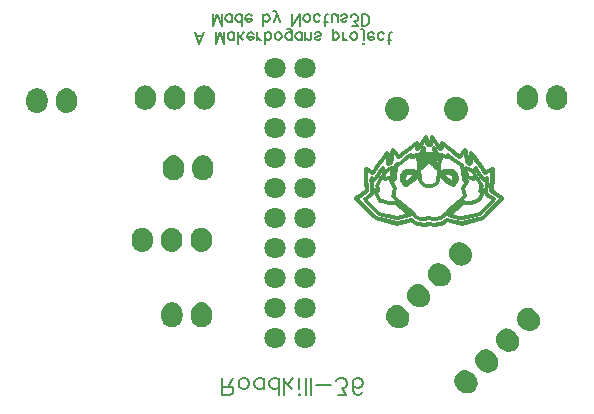
<source format=gbs>
G04 Layer: BottomSolderMaskLayer*
G04 EasyEDA v6.5.22, 2022-11-10 11:50:32*
G04 78093d0df57e497ba92d4915601d0112,b20a208c93c440fcb0453c65c4fa92e7,10*
G04 Gerber Generator version 0.2*
G04 Scale: 100 percent, Rotated: No, Reflected: No *
G04 Dimensions in millimeters *
G04 leading zeros omitted , absolute positions ,4 integer and 5 decimal *
%FSLAX45Y45*%
%MOMM*%

%ADD10C,0.2000*%
%ADD11C,0.3556*%
%ADD12C,2.0516*%
%ADD13C,1.8016*%

%LPD*%
D10*
X-558800Y-14222963D02*
G01*
X-558800Y-14079781D01*
X-558800Y-14222963D02*
G01*
X-497436Y-14222963D01*
X-476981Y-14216146D01*
X-470164Y-14209326D01*
X-463346Y-14195691D01*
X-463346Y-14182054D01*
X-470164Y-14168417D01*
X-476981Y-14161599D01*
X-497436Y-14154782D01*
X-558800Y-14154782D01*
X-511073Y-14154782D02*
G01*
X-463346Y-14079781D01*
X-384253Y-14175237D02*
G01*
X-397891Y-14168417D01*
X-411528Y-14154782D01*
X-418345Y-14134327D01*
X-418345Y-14120690D01*
X-411528Y-14100235D01*
X-397891Y-14086601D01*
X-384253Y-14079781D01*
X-363799Y-14079781D01*
X-350164Y-14086601D01*
X-336527Y-14100235D01*
X-329709Y-14120690D01*
X-329709Y-14134327D01*
X-336527Y-14154782D01*
X-350164Y-14168417D01*
X-363799Y-14175237D01*
X-384253Y-14175237D01*
X-202892Y-14175237D02*
G01*
X-202892Y-14079781D01*
X-202892Y-14154782D02*
G01*
X-216527Y-14168417D01*
X-230164Y-14175237D01*
X-250619Y-14175237D01*
X-264253Y-14168417D01*
X-277891Y-14154782D01*
X-284708Y-14134327D01*
X-284708Y-14120690D01*
X-277891Y-14100235D01*
X-264253Y-14086601D01*
X-250619Y-14079781D01*
X-230164Y-14079781D01*
X-216527Y-14086601D01*
X-202892Y-14100235D01*
X-76073Y-14222963D02*
G01*
X-76073Y-14079781D01*
X-76073Y-14154782D02*
G01*
X-89710Y-14168417D01*
X-103347Y-14175237D01*
X-123799Y-14175237D01*
X-137436Y-14168417D01*
X-151074Y-14154782D01*
X-157891Y-14134327D01*
X-157891Y-14120690D01*
X-151074Y-14100235D01*
X-137436Y-14086601D01*
X-123799Y-14079781D01*
X-103347Y-14079781D01*
X-89710Y-14086601D01*
X-76073Y-14100235D01*
X-31074Y-14222963D02*
G01*
X-31074Y-14079781D01*
X37106Y-14175237D02*
G01*
X-31074Y-14107053D01*
X-3799Y-14134327D02*
G01*
X43926Y-14079781D01*
X88925Y-14222963D02*
G01*
X95745Y-14216146D01*
X102562Y-14222963D01*
X95745Y-14229781D01*
X88925Y-14222963D01*
X95745Y-14175237D02*
G01*
X95745Y-14079781D01*
X147561Y-14222963D02*
G01*
X147561Y-14079781D01*
X192562Y-14222963D02*
G01*
X192562Y-14079781D01*
X237561Y-14141145D02*
G01*
X360288Y-14141145D01*
X418924Y-14222963D02*
G01*
X493925Y-14222963D01*
X453016Y-14168417D01*
X473471Y-14168417D01*
X487105Y-14161599D01*
X493925Y-14154782D01*
X500743Y-14134327D01*
X500743Y-14120690D01*
X493925Y-14100235D01*
X480288Y-14086601D01*
X459833Y-14079781D01*
X439379Y-14079781D01*
X418924Y-14086601D01*
X412107Y-14093418D01*
X405290Y-14107053D01*
X627560Y-14202509D02*
G01*
X620742Y-14216146D01*
X600288Y-14222963D01*
X586651Y-14222963D01*
X566199Y-14216146D01*
X552561Y-14195691D01*
X545744Y-14161599D01*
X545744Y-14127507D01*
X552561Y-14100235D01*
X566199Y-14086601D01*
X586651Y-14079781D01*
X593471Y-14079781D01*
X613925Y-14086601D01*
X627560Y-14100235D01*
X634380Y-14120690D01*
X634380Y-14127507D01*
X627560Y-14147962D01*
X613925Y-14161599D01*
X593471Y-14168417D01*
X586651Y-14168417D01*
X566199Y-14161599D01*
X552561Y-14147962D01*
X545744Y-14127507D01*
X-635000Y-11099109D02*
G01*
X-635000Y-11003653D01*
X-635000Y-11099109D02*
G01*
X-598637Y-11003653D01*
X-562272Y-11099109D02*
G01*
X-598637Y-11003653D01*
X-562272Y-11099109D02*
G01*
X-562272Y-11003653D01*
X-477728Y-11067290D02*
G01*
X-477728Y-11003653D01*
X-477728Y-11053653D02*
G01*
X-486818Y-11062746D01*
X-495909Y-11067290D01*
X-509546Y-11067290D01*
X-518637Y-11062746D01*
X-527728Y-11053653D01*
X-532272Y-11040018D01*
X-532272Y-11030927D01*
X-527728Y-11017290D01*
X-518637Y-11008199D01*
X-509546Y-11003653D01*
X-495909Y-11003653D01*
X-486818Y-11008199D01*
X-477728Y-11017290D01*
X-393181Y-11099109D02*
G01*
X-393181Y-11003653D01*
X-393181Y-11053653D02*
G01*
X-402272Y-11062746D01*
X-411363Y-11067290D01*
X-425000Y-11067290D01*
X-434091Y-11062746D01*
X-443181Y-11053653D01*
X-447728Y-11040018D01*
X-447728Y-11030927D01*
X-443181Y-11017290D01*
X-434091Y-11008199D01*
X-425000Y-11003653D01*
X-411363Y-11003653D01*
X-402272Y-11008199D01*
X-393181Y-11017290D01*
X-363181Y-11040018D02*
G01*
X-308637Y-11040018D01*
X-308637Y-11049109D01*
X-313182Y-11058199D01*
X-317728Y-11062746D01*
X-326819Y-11067290D01*
X-340453Y-11067290D01*
X-349547Y-11062746D01*
X-358637Y-11053653D01*
X-363181Y-11040018D01*
X-363181Y-11030927D01*
X-358637Y-11017290D01*
X-349547Y-11008199D01*
X-340453Y-11003653D01*
X-326819Y-11003653D01*
X-317728Y-11008199D01*
X-308637Y-11017290D01*
X-208638Y-11099109D02*
G01*
X-208638Y-11003653D01*
X-208638Y-11053653D02*
G01*
X-199547Y-11062746D01*
X-190454Y-11067290D01*
X-176819Y-11067290D01*
X-167728Y-11062746D01*
X-158638Y-11053653D01*
X-154091Y-11040018D01*
X-154091Y-11030927D01*
X-158638Y-11017290D01*
X-167728Y-11008199D01*
X-176819Y-11003653D01*
X-190454Y-11003653D01*
X-199547Y-11008199D01*
X-208638Y-11017290D01*
X-119547Y-11067290D02*
G01*
X-92273Y-11003653D01*
X-65001Y-11067290D02*
G01*
X-92273Y-11003653D01*
X-101363Y-10985472D01*
X-110454Y-10976381D01*
X-119547Y-10971837D01*
X-124091Y-10971837D01*
X34998Y-11099109D02*
G01*
X34998Y-11003653D01*
X34998Y-11099109D02*
G01*
X98635Y-11003653D01*
X98635Y-11099109D02*
G01*
X98635Y-11003653D01*
X151361Y-11067290D02*
G01*
X142270Y-11062746D01*
X133179Y-11053653D01*
X128635Y-11040018D01*
X128635Y-11030927D01*
X133179Y-11017290D01*
X142270Y-11008199D01*
X151361Y-11003653D01*
X164998Y-11003653D01*
X174089Y-11008199D01*
X183179Y-11017290D01*
X187726Y-11030927D01*
X187726Y-11040018D01*
X183179Y-11053653D01*
X174089Y-11062746D01*
X164998Y-11067290D01*
X151361Y-11067290D01*
X272270Y-11053653D02*
G01*
X263179Y-11062746D01*
X254088Y-11067290D01*
X240451Y-11067290D01*
X231360Y-11062746D01*
X222270Y-11053653D01*
X217726Y-11040018D01*
X217726Y-11030927D01*
X222270Y-11017290D01*
X231360Y-11008199D01*
X240451Y-11003653D01*
X254088Y-11003653D01*
X263179Y-11008199D01*
X272270Y-11017290D01*
X315907Y-11099109D02*
G01*
X315907Y-11021837D01*
X320451Y-11008199D01*
X329544Y-11003653D01*
X338635Y-11003653D01*
X302270Y-11067290D02*
G01*
X334088Y-11067290D01*
X368635Y-11067290D02*
G01*
X368635Y-11021837D01*
X373179Y-11008199D01*
X382270Y-11003653D01*
X395907Y-11003653D01*
X404997Y-11008199D01*
X418635Y-11021837D01*
X418635Y-11067290D02*
G01*
X418635Y-11003653D01*
X498635Y-11053653D02*
G01*
X494088Y-11062746D01*
X480451Y-11067290D01*
X466816Y-11067290D01*
X453179Y-11062746D01*
X448635Y-11053653D01*
X453179Y-11044562D01*
X462269Y-11040018D01*
X484997Y-11035471D01*
X494088Y-11030927D01*
X498635Y-11021837D01*
X498635Y-11017290D01*
X494088Y-11008199D01*
X480451Y-11003653D01*
X466816Y-11003653D01*
X453179Y-11008199D01*
X448635Y-11017290D01*
X537725Y-11099109D02*
G01*
X587725Y-11099109D01*
X560451Y-11062746D01*
X574088Y-11062746D01*
X583178Y-11058199D01*
X587725Y-11053653D01*
X592269Y-11040018D01*
X592269Y-11030927D01*
X587725Y-11017290D01*
X578634Y-11008199D01*
X564997Y-11003653D01*
X551360Y-11003653D01*
X537725Y-11008199D01*
X533179Y-11012746D01*
X528634Y-11021837D01*
X622269Y-11099109D02*
G01*
X622269Y-11003653D01*
X622269Y-11099109D02*
G01*
X654088Y-11099109D01*
X667725Y-11094562D01*
X676816Y-11085471D01*
X681360Y-11076381D01*
X685906Y-11062746D01*
X685906Y-11040018D01*
X681360Y-11026381D01*
X676816Y-11017290D01*
X667725Y-11008199D01*
X654088Y-11003653D01*
X622269Y-11003653D01*
X-751037Y-11251509D02*
G01*
X-787400Y-11156053D01*
X-751037Y-11251509D02*
G01*
X-714672Y-11156053D01*
X-773762Y-11187871D02*
G01*
X-728309Y-11187871D01*
X-614672Y-11251509D02*
G01*
X-614672Y-11156053D01*
X-614672Y-11251509D02*
G01*
X-578309Y-11156053D01*
X-541947Y-11251509D02*
G01*
X-578309Y-11156053D01*
X-541947Y-11251509D02*
G01*
X-541947Y-11156053D01*
X-457400Y-11219690D02*
G01*
X-457400Y-11156053D01*
X-457400Y-11206053D02*
G01*
X-466491Y-11215146D01*
X-475581Y-11219690D01*
X-489219Y-11219690D01*
X-498309Y-11215146D01*
X-507400Y-11206053D01*
X-511947Y-11192418D01*
X-511947Y-11183327D01*
X-507400Y-11169690D01*
X-498309Y-11160599D01*
X-489219Y-11156053D01*
X-475581Y-11156053D01*
X-466491Y-11160599D01*
X-457400Y-11169690D01*
X-427400Y-11251509D02*
G01*
X-427400Y-11156053D01*
X-381947Y-11219690D02*
G01*
X-427400Y-11174237D01*
X-409219Y-11192418D02*
G01*
X-377400Y-11156053D01*
X-347400Y-11192418D02*
G01*
X-292854Y-11192418D01*
X-292854Y-11201509D01*
X-297400Y-11210599D01*
X-301947Y-11215146D01*
X-311038Y-11219690D01*
X-324672Y-11219690D01*
X-333763Y-11215146D01*
X-342854Y-11206053D01*
X-347400Y-11192418D01*
X-347400Y-11183327D01*
X-342854Y-11169690D01*
X-333763Y-11160599D01*
X-324672Y-11156053D01*
X-311038Y-11156053D01*
X-301947Y-11160599D01*
X-292854Y-11169690D01*
X-262854Y-11219690D02*
G01*
X-262854Y-11156053D01*
X-262854Y-11192418D02*
G01*
X-258310Y-11206053D01*
X-249219Y-11215146D01*
X-240129Y-11219690D01*
X-226491Y-11219690D01*
X-196491Y-11251509D02*
G01*
X-196491Y-11156053D01*
X-196491Y-11206053D02*
G01*
X-187401Y-11215146D01*
X-178310Y-11219690D01*
X-164673Y-11219690D01*
X-155582Y-11215146D01*
X-146491Y-11206053D01*
X-141947Y-11192418D01*
X-141947Y-11183327D01*
X-146491Y-11169690D01*
X-155582Y-11160599D01*
X-164673Y-11156053D01*
X-178310Y-11156053D01*
X-187401Y-11160599D01*
X-196491Y-11169690D01*
X-89220Y-11219690D02*
G01*
X-98310Y-11215146D01*
X-107401Y-11206053D01*
X-111947Y-11192418D01*
X-111947Y-11183327D01*
X-107401Y-11169690D01*
X-98310Y-11160599D01*
X-89220Y-11156053D01*
X-75582Y-11156053D01*
X-66492Y-11160599D01*
X-57401Y-11169690D01*
X-52854Y-11183327D01*
X-52854Y-11192418D01*
X-57401Y-11206053D01*
X-66492Y-11215146D01*
X-75582Y-11219690D01*
X-89220Y-11219690D01*
X31689Y-11219690D02*
G01*
X31689Y-11146962D01*
X27144Y-11133328D01*
X22598Y-11128781D01*
X13507Y-11124237D01*
X-129Y-11124237D01*
X-9220Y-11128781D01*
X31689Y-11206053D02*
G01*
X22598Y-11215146D01*
X13507Y-11219690D01*
X-129Y-11219690D01*
X-9220Y-11215146D01*
X-18310Y-11206053D01*
X-22854Y-11192418D01*
X-22854Y-11183327D01*
X-18310Y-11169690D01*
X-9220Y-11160599D01*
X-129Y-11156053D01*
X13507Y-11156053D01*
X22598Y-11160599D01*
X31689Y-11169690D01*
X116235Y-11219690D02*
G01*
X116235Y-11156053D01*
X116235Y-11206053D02*
G01*
X107144Y-11215146D01*
X98051Y-11219690D01*
X84416Y-11219690D01*
X75326Y-11215146D01*
X66235Y-11206053D01*
X61688Y-11192418D01*
X61688Y-11183327D01*
X66235Y-11169690D01*
X75326Y-11160599D01*
X84416Y-11156053D01*
X98051Y-11156053D01*
X107144Y-11160599D01*
X116235Y-11169690D01*
X146235Y-11219690D02*
G01*
X146235Y-11156053D01*
X146235Y-11201509D02*
G01*
X159870Y-11215146D01*
X168960Y-11219690D01*
X182598Y-11219690D01*
X191688Y-11215146D01*
X196235Y-11201509D01*
X196235Y-11156053D01*
X276235Y-11206053D02*
G01*
X271688Y-11215146D01*
X258051Y-11219690D01*
X244416Y-11219690D01*
X230779Y-11215146D01*
X226235Y-11206053D01*
X230779Y-11196962D01*
X239869Y-11192418D01*
X262597Y-11187871D01*
X271688Y-11183327D01*
X276235Y-11174237D01*
X276235Y-11169690D01*
X271688Y-11160599D01*
X258051Y-11156053D01*
X244416Y-11156053D01*
X230779Y-11160599D01*
X226235Y-11169690D01*
X376234Y-11219690D02*
G01*
X376234Y-11124237D01*
X376234Y-11206053D02*
G01*
X385325Y-11215146D01*
X394416Y-11219690D01*
X408051Y-11219690D01*
X417144Y-11215146D01*
X426234Y-11206053D01*
X430778Y-11192418D01*
X430778Y-11183327D01*
X426234Y-11169690D01*
X417144Y-11160599D01*
X408051Y-11156053D01*
X394416Y-11156053D01*
X385325Y-11160599D01*
X376234Y-11169690D01*
X460778Y-11219690D02*
G01*
X460778Y-11156053D01*
X460778Y-11192418D02*
G01*
X465325Y-11206053D01*
X474416Y-11215146D01*
X483506Y-11219690D01*
X497144Y-11219690D01*
X549869Y-11219690D02*
G01*
X540778Y-11215146D01*
X531688Y-11206053D01*
X527143Y-11192418D01*
X527143Y-11183327D01*
X531688Y-11169690D01*
X540778Y-11160599D01*
X549869Y-11156053D01*
X563506Y-11156053D01*
X572597Y-11160599D01*
X581687Y-11169690D01*
X586234Y-11183327D01*
X586234Y-11192418D01*
X581687Y-11206053D01*
X572597Y-11215146D01*
X563506Y-11219690D01*
X549869Y-11219690D01*
X634415Y-11251509D02*
G01*
X638959Y-11246962D01*
X643506Y-11251509D01*
X638959Y-11256053D01*
X634415Y-11251509D01*
X638959Y-11219690D02*
G01*
X638959Y-11142418D01*
X634415Y-11128781D01*
X625325Y-11124237D01*
X616234Y-11124237D01*
X673506Y-11192418D02*
G01*
X728050Y-11192418D01*
X728050Y-11201509D01*
X723506Y-11210599D01*
X718959Y-11215146D01*
X709869Y-11219690D01*
X696234Y-11219690D01*
X687143Y-11215146D01*
X678050Y-11206053D01*
X673506Y-11192418D01*
X673506Y-11183327D01*
X678050Y-11169690D01*
X687143Y-11160599D01*
X696234Y-11156053D01*
X709869Y-11156053D01*
X718959Y-11160599D01*
X728050Y-11169690D01*
X812596Y-11206053D02*
G01*
X803506Y-11215146D01*
X794415Y-11219690D01*
X780778Y-11219690D01*
X771687Y-11215146D01*
X762596Y-11206053D01*
X758050Y-11192418D01*
X758050Y-11183327D01*
X762596Y-11169690D01*
X771687Y-11160599D01*
X780778Y-11156053D01*
X794415Y-11156053D01*
X803506Y-11160599D01*
X812596Y-11169690D01*
X856234Y-11251509D02*
G01*
X856234Y-11174237D01*
X860778Y-11160599D01*
X869868Y-11156053D01*
X878959Y-11156053D01*
X842596Y-11219690D02*
G01*
X874415Y-11219690D01*
D11*
X1265250Y-12781226D02*
G01*
X1277160Y-12778790D01*
X1290132Y-12777343D01*
X1290368Y-12777330D02*
G01*
X1297693Y-12776194D01*
X1306012Y-12773108D01*
X1314076Y-12768541D01*
X1322915Y-12762036D01*
X1323279Y-12761739D02*
G01*
X1331107Y-12755900D01*
X1339037Y-12750749D01*
X1344863Y-12747703D01*
X1348709Y-12746586D01*
X1348828Y-12746583D02*
G01*
X1411117Y-12759786D01*
X1412052Y-12760007D02*
G01*
X1468780Y-12773431D01*
X1648490Y-12727531D01*
X1811746Y-12561242D01*
X1719943Y-12499751D01*
X1719943Y-12478966D01*
X1719943Y-12478966D02*
G01*
X1725914Y-12386218D01*
X1726003Y-12384996D02*
G01*
X1729602Y-12335924D01*
X1730359Y-12309683D01*
X1730334Y-12309647D02*
G01*
X1729933Y-12309426D01*
X1729473Y-12309375D01*
X1727903Y-12309726D01*
X1725645Y-12310803D01*
X1723496Y-12312180D01*
X1723407Y-12312246D02*
G01*
X1710702Y-12320168D01*
X1693928Y-12329779D01*
X1693527Y-12330000D02*
G01*
X1668843Y-12343856D01*
X1641129Y-12306183D01*
X1641129Y-12306183D02*
G01*
X1581472Y-12224217D01*
X1580936Y-12223473D02*
G01*
X1559511Y-12194898D01*
X1553283Y-12188416D01*
X1549196Y-12186201D01*
X1547522Y-12186498D01*
X1546189Y-12187854D01*
X1544482Y-12193104D01*
X1543446Y-12202909D01*
X1542854Y-12221154D01*
X1542829Y-12222607D02*
G01*
X1541947Y-12240237D01*
X1540050Y-12253582D01*
X1537185Y-12262500D01*
X1535402Y-12264981D01*
X1533458Y-12265906D01*
X1533301Y-12265911D02*
G01*
X1531066Y-12265253D01*
X1528267Y-12263638D01*
X1525094Y-12261273D01*
X1521739Y-12258245D01*
X1521609Y-12258116D02*
G01*
X1517647Y-12252086D01*
X1514292Y-12242058D01*
X1511261Y-12227026D01*
X1507883Y-12202878D01*
X1507754Y-12201819D02*
G01*
X1503065Y-12166981D01*
X1501040Y-12156833D01*
X1499577Y-12153325D01*
X1499524Y-12153320D02*
G01*
X1491460Y-12161873D01*
X1475638Y-12181014D01*
X1475275Y-12181469D02*
G01*
X1460342Y-12200130D01*
X1454068Y-12207057D01*
X1451066Y-12209612D01*
X1451025Y-12209614D02*
G01*
X1376448Y-12152114D01*
X1375242Y-12151154D02*
G01*
X1302059Y-12092261D01*
X1300759Y-12118677D01*
X1300759Y-12118677D02*
G01*
X1299832Y-12130420D01*
X1298125Y-12138433D01*
X1295656Y-12142381D01*
X1293870Y-12143127D01*
X1291737Y-12142856D01*
X1286294Y-12139190D01*
X1278376Y-12130392D01*
X1253840Y-12095312D01*
X1252692Y-12093562D02*
G01*
X1229050Y-12059338D01*
X1221879Y-12050141D01*
X1218526Y-12047194D01*
X1218483Y-12047225D02*
G01*
X1215654Y-12056628D01*
X1211633Y-12077923D01*
X1211554Y-12078403D02*
G01*
X1208506Y-12094420D01*
X1205600Y-12103033D01*
X1204135Y-12105342D01*
X1202039Y-12107400D01*
X1199469Y-12108901D01*
X1195407Y-12110359D01*
X1195097Y-12110450D02*
G01*
X1189685Y-12111558D01*
X1186390Y-12111530D01*
X1183838Y-12110359D01*
X1182151Y-12108284D01*
X1180508Y-12104207D01*
X1179118Y-12098106D01*
X1176174Y-12076468D01*
X1176045Y-12075373D02*
G01*
X1173192Y-12057095D01*
X1171600Y-12050344D01*
X1170454Y-12047687D01*
X1170416Y-12047659D02*
G01*
X1167384Y-12049887D01*
X1160365Y-12058474D01*
X1135872Y-12093204D01*
X1135339Y-12093994D02*
G01*
X1110007Y-12128637D01*
X1100325Y-12139731D01*
X1095199Y-12143760D01*
X1095067Y-12143793D02*
G01*
X1092370Y-12144085D01*
X1090645Y-12143785D01*
X1089413Y-12142774D01*
X1088626Y-12140869D01*
X1088169Y-12134024D01*
X1088953Y-12119818D01*
X1089004Y-12119109D02*
G01*
X1089779Y-12101258D01*
X1089416Y-12095081D01*
X1088610Y-12092698D01*
X1088570Y-12092696D02*
G01*
X1013564Y-12150196D01*
X1012357Y-12151154D02*
G01*
X936203Y-12209607D01*
X936142Y-12209614D02*
G01*
X933742Y-12207577D01*
X928598Y-12201690D01*
X913107Y-12181933D01*
X912756Y-12181469D02*
G01*
X904280Y-12170892D01*
X896896Y-12162467D01*
X891557Y-12157196D01*
X889746Y-12155835D01*
X888563Y-12155464D01*
X888507Y-12155484D02*
G01*
X884803Y-12170107D01*
X879518Y-12204926D01*
X879414Y-12205718D02*
G01*
X876066Y-12232147D01*
X873079Y-12246803D01*
X869421Y-12255098D01*
X864082Y-12260112D01*
X863823Y-12260280D02*
G01*
X859934Y-12262612D01*
X855705Y-12264341D01*
X852619Y-12264847D01*
X851570Y-12264682D01*
X850874Y-12264229D01*
X850833Y-12264179D02*
G01*
X849480Y-12260193D01*
X848126Y-12251133D01*
X846096Y-12224095D01*
X846068Y-12223473D02*
G01*
X843970Y-12197082D01*
X842413Y-12186973D01*
X840925Y-12181972D01*
X840872Y-12181900D02*
G01*
X839985Y-12181514D01*
X838906Y-12181586D01*
X837775Y-12182020D01*
X836294Y-12182962D01*
X833155Y-12185929D01*
X829744Y-12190366D01*
X829614Y-12190562D02*
G01*
X771131Y-12272535D01*
X770288Y-12273704D02*
G01*
X718756Y-12343856D01*
X694507Y-12330432D01*
X694507Y-12330432D02*
G01*
X664286Y-12312312D01*
X664192Y-12312246D02*
G01*
X661954Y-12310803D01*
X659917Y-12309810D01*
X658233Y-12309381D01*
X657666Y-12309426D01*
X657291Y-12309622D01*
X657265Y-12309647D02*
G01*
X662358Y-12399540D01*
X662459Y-12401019D02*
G01*
X666109Y-12464133D01*
X666396Y-12496617D01*
X666358Y-12496721D02*
G01*
X662277Y-12501153D01*
X652790Y-12508844D01*
X620750Y-12531735D01*
X620024Y-12532230D02*
G01*
X575853Y-12561676D01*
X744306Y-12730129D01*
X920120Y-12772999D01*
X976848Y-12760007D01*
X976848Y-12760007D02*
G01*
X1039106Y-12746586D01*
X1039205Y-12746583D02*
G01*
X1042682Y-12747635D01*
X1048786Y-12750805D01*
X1056380Y-12755557D01*
X1063576Y-12760639D01*
X1063889Y-12760873D02*
G01*
X1074877Y-12768493D01*
X1085697Y-12773581D01*
X1099766Y-12777424D01*
X1119253Y-12780665D01*
X1120183Y-12780794D02*
G01*
X1139263Y-12783479D01*
X1153126Y-12784416D01*
X1164374Y-12783779D01*
X1175603Y-12781356D01*
X1176045Y-12781226D02*
G01*
X1185674Y-12779027D01*
X1193952Y-12778254D01*
X1201978Y-12778755D01*
X1211178Y-12780690D01*
X1211554Y-12780794D02*
G01*
X1225791Y-12783784D01*
X1239702Y-12784907D01*
X1253477Y-12784007D01*
X1264782Y-12781381D01*
X1363550Y-12412710D02*
G01*
X1357538Y-12408974D01*
X1349138Y-12401793D01*
X1339253Y-12391885D01*
X1330139Y-12381539D01*
X1329773Y-12381097D02*
G01*
X1308554Y-12354684D01*
X1320246Y-12349487D01*
X1320246Y-12349487D02*
G01*
X1329717Y-12346343D01*
X1340076Y-12344659D01*
X1362659Y-12345494D01*
X1383449Y-12351636D01*
X1392280Y-12356698D01*
X1398623Y-12362395D01*
X1399059Y-12362911D02*
G01*
X1401427Y-12367069D01*
X1403220Y-12372718D01*
X1405069Y-12388082D01*
X1404114Y-12403650D01*
X1400566Y-12415779D01*
X1400360Y-12416175D02*
G01*
X1398503Y-12419251D01*
X1397086Y-12421102D01*
X1395524Y-12422522D01*
X1394109Y-12423261D01*
X1392547Y-12423594D01*
X1390609Y-12423510D01*
X1388143Y-12422911D01*
X1385448Y-12421908D01*
X1385204Y-12421803D02*
G01*
X1363746Y-12412789D01*
X983775Y-12404483D02*
G01*
X981875Y-12392535D01*
X982606Y-12381456D01*
X985794Y-12371435D01*
X991814Y-12361999D01*
X1000290Y-12354278D01*
X1010099Y-12348888D01*
X1022667Y-12345156D01*
X1035875Y-12343866D01*
X1037038Y-12343856D02*
G01*
X1053904Y-12345614D01*
X1062578Y-12347831D01*
X1069941Y-12350610D01*
X1075436Y-12353696D01*
X1078631Y-12357064D01*
X1078608Y-12359754D01*
X1075959Y-12361875D01*
X1075580Y-12362045D02*
G01*
X1072865Y-12364435D01*
X1067940Y-12369739D01*
X1055933Y-12384211D01*
X1055659Y-12384562D02*
G01*
X1040831Y-12399187D01*
X1020853Y-12413467D01*
X1002985Y-12422441D01*
X995923Y-12424194D01*
X991839Y-12423683D01*
X991570Y-12423536D02*
G01*
X989987Y-12421351D01*
X987912Y-12416889D01*
X983853Y-12404768D01*
X1244465Y-12292324D02*
G01*
X1241638Y-12286663D01*
X1237617Y-12281331D01*
X1232408Y-12276310D01*
X1227350Y-12272944D01*
X1227145Y-12272838D02*
G01*
X1218638Y-12267392D01*
X1215377Y-12264255D01*
X1213015Y-12261093D01*
X1211234Y-12257610D01*
X1209989Y-12253752D01*
X1208958Y-12244252D01*
X1208956Y-12243826D02*
G01*
X1209042Y-12239805D01*
X1209421Y-12237773D01*
X1210315Y-12236571D01*
X1211607Y-12236193D01*
X1213772Y-12236422D01*
X1216875Y-12237316D01*
X1229545Y-12242269D01*
X1230175Y-12242525D02*
G01*
X1239324Y-12246810D01*
X1242395Y-12248954D01*
X1244899Y-12251402D01*
X1246797Y-12254039D01*
X1248544Y-12257476D01*
X1251709Y-12267598D01*
X1251826Y-12268075D02*
G01*
X1254975Y-12282962D01*
X1256309Y-12294702D01*
X1255613Y-12302157D01*
X1254546Y-12304082D01*
X1252847Y-12304880D01*
X1252692Y-12304885D02*
G01*
X1251844Y-12304649D01*
X1250883Y-12303970D01*
X1248669Y-12301339D01*
X1246444Y-12297389D01*
X1244531Y-12292533D01*
X1137071Y-12263313D02*
G01*
X1138547Y-12259477D01*
X1140759Y-12255784D01*
X1143657Y-12252266D01*
X1147518Y-12248690D01*
X1156809Y-12242642D01*
X1168191Y-12237920D01*
X1168684Y-12237763D02*
G01*
X1171374Y-12237135D01*
X1173711Y-12236823D01*
X1175390Y-12236891D01*
X1176660Y-12237331D01*
X1177632Y-12238245D01*
X1178171Y-12239401D01*
X1178511Y-12241080D01*
X1178643Y-12243620D01*
X1178643Y-12243826D02*
G01*
X1178392Y-12249081D01*
X1177610Y-12253752D01*
X1176365Y-12257610D01*
X1174584Y-12261093D01*
X1172222Y-12264255D01*
X1169238Y-12267161D01*
X1160856Y-12272632D01*
X1160454Y-12272838D02*
G01*
X1155123Y-12276566D01*
X1149761Y-12281771D01*
X1145448Y-12287509D01*
X1142781Y-12292957D01*
X1142700Y-12293191D02*
G01*
X1137505Y-12307049D01*
X1136205Y-12290160D01*
X1136205Y-12290160D02*
G01*
X1135816Y-12275405D01*
X1136241Y-12268603D01*
X1137033Y-12263470D01*
X1117584Y-12203551D02*
G01*
X1125192Y-12179495D01*
X1135131Y-12157163D01*
X1135339Y-12156785D02*
G01*
X1148331Y-12133834D01*
X1148331Y-12176272D01*
X1148331Y-12176272D02*
G01*
X1148059Y-12196536D01*
X1147191Y-12209061D01*
X1145494Y-12216107D01*
X1144346Y-12217679D01*
X1142829Y-12218273D01*
X1142700Y-12218276D02*
G01*
X1139817Y-12218908D01*
X1136246Y-12220727D01*
X1132497Y-12223450D01*
X1128974Y-12226795D01*
X1128844Y-12226937D02*
G01*
X1124544Y-12231044D01*
X1120752Y-12233208D01*
X1118067Y-12233168D01*
X1116190Y-12231240D01*
X1115080Y-12227100D01*
X1114933Y-12221456D01*
X1115644Y-12214131D01*
X1117406Y-12204379D01*
X1252260Y-12222172D02*
G01*
X1244577Y-12215380D01*
X1241435Y-12208748D01*
X1240017Y-12197199D01*
X1239702Y-12174385D01*
X1239702Y-12173239D02*
G01*
X1239268Y-12133834D01*
X1252260Y-12156351D01*
X1252260Y-12156351D02*
G01*
X1263342Y-12179833D01*
X1271102Y-12204275D01*
X1273695Y-12223823D01*
X1272448Y-12229442D01*
X1269888Y-12231253D01*
X1269580Y-12231268D02*
G01*
X1267038Y-12230628D01*
X1263286Y-12228898D01*
X1258150Y-12225987D01*
X1252468Y-12222317D01*
X1166952Y-12203120D02*
G01*
X1167465Y-12201860D01*
X1167767Y-12200592D01*
X1167871Y-12199452D01*
X1167780Y-12198073D01*
X1167457Y-12196815D01*
X1167053Y-12195947D01*
X1166482Y-12195149D01*
X1165717Y-12194499D01*
X1165651Y-12194458D02*
G01*
X1162334Y-12191913D01*
X1161166Y-12189843D01*
X1161803Y-12188057D01*
X1164231Y-12186559D01*
X1168869Y-12185274D01*
X1174988Y-12184407D01*
X1193342Y-12183633D01*
X1194231Y-12183633D02*
G01*
X1211661Y-12183884D01*
X1220492Y-12184766D01*
X1223088Y-12185583D01*
X1224539Y-12186701D01*
X1225024Y-12188169D01*
X1224607Y-12190382D01*
X1224546Y-12190562D02*
G01*
X1222758Y-12197219D01*
X1222187Y-12200481D01*
X1221948Y-12203447D01*
X1221948Y-12203551D02*
G01*
X1221686Y-12205002D01*
X1220642Y-12206414D01*
X1216296Y-12208258D01*
X1207838Y-12209289D01*
X1194010Y-12209614D01*
X1193365Y-12209614D02*
G01*
X1178689Y-12209307D01*
X1170741Y-12208316D01*
X1168455Y-12207499D01*
X1167208Y-12206528D01*
X1166652Y-12205202D01*
X1166901Y-12203275D01*
X1280007Y-12781107D02*
G01*
X1303685Y-12775869D01*
X1311661Y-12773538D01*
X1314879Y-12771993D01*
X1314922Y-12771940D02*
G01*
X1321005Y-12765595D01*
X1330413Y-12756860D01*
X1330634Y-12756664D02*
G01*
X1344165Y-12744444D01*
X1469864Y-12774559D01*
X1650121Y-12730914D01*
X1729993Y-12648422D01*
X1729993Y-12648422D02*
G01*
X1811149Y-12562504D01*
X1811174Y-12562441D02*
G01*
X1808223Y-12559154D01*
X1798627Y-12551747D01*
X1767837Y-12531051D01*
X1767093Y-12530579D02*
G01*
X1722137Y-12501773D01*
X1723882Y-12478204D01*
X1723882Y-12478204D02*
G01*
X1730786Y-12385098D01*
X1734357Y-12312789D02*
G01*
X1705137Y-12327816D01*
X1704677Y-12328065D02*
G01*
X1683445Y-12339142D01*
X1673745Y-12343338D01*
X1673689Y-12343340D02*
G01*
X1670723Y-12340899D01*
X1665284Y-12334615D01*
X1649166Y-12313285D01*
X1648813Y-12312789D02*
G01*
X1590070Y-12230729D01*
X1589453Y-12229861D02*
G01*
X1551919Y-12177923D01*
X1548864Y-12200618D01*
X1548864Y-12200618D02*
G01*
X1547004Y-12223589D01*
X1546245Y-12243061D01*
X1546245Y-12243391D02*
G01*
X1545610Y-12258230D01*
X1544701Y-12262424D01*
X1543245Y-12265106D01*
X1541127Y-12266391D01*
X1538511Y-12266444D01*
X1534462Y-12265248D01*
X1529242Y-12262827D01*
X1528787Y-12262596D02*
G01*
X1522051Y-12257900D01*
X1518371Y-12251446D01*
X1515290Y-12238583D01*
X1511498Y-12212777D01*
X1511327Y-12211530D02*
G01*
X1506664Y-12179096D01*
X1502653Y-12160575D01*
X1502600Y-12160465D02*
G01*
X1501236Y-12159569D01*
X1498379Y-12160625D01*
X1488904Y-12169358D01*
X1475531Y-12185690D01*
X1459260Y-12208266D01*
X1458516Y-12209348D02*
G01*
X1451254Y-12206053D01*
X1433802Y-12194125D01*
X1379913Y-12152754D01*
X1378645Y-12151735D02*
G01*
X1301828Y-12090196D01*
X1301828Y-12116384D01*
X1301828Y-12116384D02*
G01*
X1301297Y-12130039D01*
X1299707Y-12138411D01*
X1297139Y-12142426D01*
X1295227Y-12143112D01*
X1292923Y-12142724D01*
X1286454Y-12138126D01*
X1278498Y-12129231D01*
X1253693Y-12094169D01*
X1252509Y-12092378D02*
G01*
X1219776Y-12042185D01*
X1214975Y-12069683D01*
X1214975Y-12069683D02*
G01*
X1211539Y-12091715D01*
X1210175Y-12104055D01*
X1210172Y-12104161D02*
G01*
X1209969Y-12105881D01*
X1209403Y-12107204D01*
X1208450Y-12108281D01*
X1207086Y-12109122D01*
X1205293Y-12109737D01*
X1202837Y-12110156D01*
X1196507Y-12110285D01*
X1196207Y-12110272D02*
G01*
X1186682Y-12109048D01*
X1184104Y-12107075D01*
X1182349Y-12104108D01*
X1179065Y-12092292D01*
X1173347Y-12059927D01*
X1173076Y-12058335D02*
G01*
X1170457Y-12041748D01*
X1137285Y-12092378D01*
X1137285Y-12092378D02*
G01*
X1122319Y-12114578D01*
X1110556Y-12130336D01*
X1102207Y-12139358D01*
X1096459Y-12143018D01*
X1092949Y-12142729D01*
X1090086Y-12138472D01*
X1088496Y-12130059D01*
X1087968Y-12117600D01*
X1087965Y-12116384D02*
G01*
X1087965Y-12090196D01*
X1013333Y-12149990D01*
X1013333Y-12149990D02*
G01*
X958918Y-12193137D01*
X935705Y-12209790D01*
X935642Y-12209785D02*
G01*
X932746Y-12207306D01*
X927021Y-12200900D01*
X911131Y-12181027D01*
X910765Y-12180542D02*
G01*
X894577Y-12160839D01*
X890739Y-12158228D01*
X888083Y-12158774D01*
X885781Y-12162881D01*
X883828Y-12170968D01*
X878288Y-12211677D01*
X878029Y-12213711D02*
G01*
X874717Y-12238718D01*
X872109Y-12250524D01*
X868192Y-12257722D01*
X861347Y-12262426D01*
X861009Y-12262596D02*
G01*
X856361Y-12264727D01*
X851949Y-12266107D01*
X848537Y-12266584D01*
X847082Y-12266467D01*
X846223Y-12266127D01*
X846167Y-12266086D02*
G01*
X845207Y-12262807D01*
X844339Y-12255893D01*
X843551Y-12237278D01*
X843549Y-12236846D02*
G01*
X842761Y-12213633D01*
X840971Y-12194336D01*
X840930Y-12194072D02*
G01*
X838311Y-12177923D01*
X802960Y-12226805D01*
X802960Y-12226805D02*
G01*
X744435Y-12307882D01*
X744037Y-12308423D02*
G01*
X725840Y-12332558D01*
X717047Y-12342436D01*
X716978Y-12342467D02*
G01*
X713465Y-12341814D01*
X706577Y-12339022D01*
X685165Y-12328326D01*
X684679Y-12328065D02*
G01*
X655873Y-12311915D01*
X655873Y-12328936D01*
X655873Y-12328936D02*
G01*
X662315Y-12420645D01*
X662421Y-12421903D02*
G01*
X668530Y-12498283D01*
X658055Y-12507010D01*
X658055Y-12507010D02*
G01*
X637768Y-12521364D01*
X613242Y-12537208D01*
X612665Y-12537564D02*
G01*
X588276Y-12553876D01*
X580859Y-12559517D01*
X578612Y-12561963D01*
X578622Y-12562004D02*
G01*
X658906Y-12646614D01*
X660237Y-12647988D02*
G01*
X740984Y-12730914D01*
X919058Y-12774996D01*
X1045629Y-12744444D01*
X1056977Y-12754919D01*
X1056977Y-12754919D02*
G01*
X1070546Y-12766304D01*
X1081636Y-12772867D01*
X1094760Y-12777226D01*
X1117003Y-12781785D01*
X1118082Y-12781978D02*
G01*
X1138758Y-12785758D01*
X1151221Y-12786888D01*
X1161770Y-12785849D01*
X1174262Y-12782174D01*
X1174821Y-12781978D02*
G01*
X1187317Y-12778366D01*
X1195280Y-12777396D01*
X1202542Y-12778282D01*
X1213606Y-12781798D01*
X1214102Y-12781978D02*
G01*
X1228699Y-12786608D01*
X1238864Y-12787767D01*
X1252542Y-12786405D01*
X1278735Y-12781366D01*
X1177439Y-12730477D02*
G01*
X1168420Y-12733091D01*
X1157864Y-12734693D01*
X1146083Y-12735148D01*
X1133033Y-12734457D01*
X1132484Y-12734406D02*
G01*
X1113670Y-12731716D01*
X1099858Y-12726494D01*
X1085969Y-12716918D01*
X1064948Y-12698229D01*
X1063960Y-12697307D02*
G01*
X1012164Y-12651541D01*
X1011585Y-12651041D02*
G01*
X974531Y-12618351D01*
X974486Y-12618308D02*
G01*
X933665Y-12581785D01*
X891997Y-12542801D02*
G01*
X891969Y-12538410D01*
X893086Y-12529926D01*
X897976Y-12505814D01*
X898108Y-12505265D02*
G01*
X905527Y-12472095D01*
X889815Y-12444597D01*
X889815Y-12444597D02*
G01*
X879030Y-12424509D01*
X874105Y-12413228D01*
X874102Y-12413173D02*
G01*
X874341Y-12412370D01*
X875027Y-12411544D01*
X877590Y-12409873D01*
X881644Y-12408207D01*
X886973Y-12406680D01*
X887196Y-12406627D02*
G01*
X891016Y-12405616D01*
X893709Y-12404552D01*
X895926Y-12403236D01*
X897724Y-12401608D01*
X899167Y-12399601D01*
X900308Y-12397155D01*
X901209Y-12394204D01*
X901981Y-12390366D01*
X902035Y-12390041D02*
G01*
X917745Y-12277166D01*
X917747Y-12276998D02*
G01*
X917816Y-12275665D01*
X918006Y-12274783D01*
X918298Y-12274262D01*
X918748Y-12274008D01*
X919408Y-12274097D01*
X920181Y-12274506D01*
X921296Y-12275378D01*
X922444Y-12276460D01*
X922548Y-12276561D02*
G01*
X924458Y-12277359D01*
X927765Y-12276759D01*
X937341Y-12271649D01*
X954199Y-12259612D01*
X980272Y-12239117D01*
X981471Y-12238154D02*
G01*
X1023033Y-12205444D01*
X1037714Y-12194951D01*
X1037772Y-12194946D02*
G01*
X1038189Y-12195083D01*
X1038603Y-12195530D01*
X1039309Y-12197323D01*
X1039774Y-12200036D01*
X1039954Y-12203531D01*
X1039954Y-12203673D02*
G01*
X1040302Y-12207252D01*
X1041293Y-12209668D01*
X1042997Y-12211245D01*
X1045491Y-12211997D01*
X1049169Y-12211893D01*
X1053541Y-12210968D01*
X1065982Y-12206538D01*
X1066579Y-12206292D02*
G01*
X1091722Y-12197181D01*
X1091895Y-12197128D02*
G01*
X1095405Y-12196099D01*
X1097633Y-12195703D01*
X1099098Y-12195815D01*
X1100124Y-12196544D01*
X1100599Y-12197849D01*
X1100660Y-12200059D01*
X1099390Y-12208497D01*
X1099314Y-12208911D02*
G01*
X1098577Y-12216394D01*
X1098986Y-12224242D01*
X1100541Y-12232175D01*
X1103111Y-12239599D01*
X1103241Y-12239899D02*
G01*
X1106007Y-12249106D01*
X1108151Y-12262868D01*
X1109786Y-12299668D01*
X1109789Y-12300567D02*
G01*
X1111046Y-12342632D01*
X1114295Y-12374839D01*
X1120345Y-12403056D01*
X1128501Y-12423376D01*
X1139352Y-12438623D01*
X1153124Y-12449213D01*
X1170033Y-12455552D01*
X1192151Y-12458103D01*
X1194026Y-12458128D02*
G01*
X1216621Y-12456683D01*
X1234978Y-12451552D01*
X1248516Y-12442967D01*
X1259111Y-12430140D01*
X1267086Y-12412545D01*
X1272760Y-12389647D01*
X1276456Y-12360922D01*
X1278600Y-12322611D01*
X1278696Y-12319335D02*
G01*
X1281668Y-12266543D01*
X1283997Y-12250564D01*
X1287282Y-12239345D01*
X1287426Y-12239028D02*
G01*
X1290553Y-12230907D01*
X1291790Y-12224186D01*
X1291521Y-12217468D01*
X1289712Y-12209688D01*
X1289608Y-12209348D02*
G01*
X1288100Y-12203991D01*
X1287330Y-12199358D01*
X1287381Y-12196180D01*
X1287764Y-12195218D01*
X1288247Y-12194946D01*
X1288300Y-12194946D02*
G01*
X1298120Y-12197509D01*
X1316687Y-12203531D01*
X1317104Y-12203673D02*
G01*
X1336728Y-12210084D01*
X1345163Y-12211598D01*
X1347325Y-12211143D01*
X1348884Y-12209632D01*
X1349616Y-12207044D01*
X1349839Y-12201880D01*
X1349839Y-12201491D02*
G01*
X1350195Y-12198167D01*
X1351305Y-12196696D01*
X1354046Y-12196818D01*
X1358386Y-12198977D01*
X1373134Y-12209546D01*
X1404625Y-12234740D01*
X1406141Y-12235972D02*
G01*
X1451500Y-12270884D01*
X1461935Y-12276665D01*
X1464886Y-12277341D01*
X1467124Y-12276675D01*
X1467246Y-12276561D02*
G01*
X1468241Y-12275652D01*
X1469100Y-12275014D01*
X1469824Y-12274603D01*
X1470576Y-12274336D01*
X1471198Y-12274313D01*
X1471635Y-12274511D01*
X1471924Y-12274925D01*
X1472046Y-12275624D01*
X1472046Y-12275690D02*
G01*
X1480632Y-12338009D01*
X1480776Y-12338977D02*
G01*
X1489504Y-12400892D01*
X1489506Y-12400953D02*
G01*
X1489684Y-12401382D01*
X1490411Y-12402037D01*
X1493149Y-12403503D01*
X1497236Y-12405065D01*
X1502389Y-12406574D01*
X1502600Y-12406627D02*
G01*
X1507964Y-12408222D01*
X1512069Y-12410086D01*
X1514767Y-12412108D01*
X1515455Y-12413089D01*
X1515691Y-12413968D01*
X1515694Y-12414046D02*
G01*
X1514495Y-12417742D01*
X1511241Y-12424455D01*
X1499806Y-12444603D01*
X1499544Y-12445034D02*
G01*
X1483395Y-12471659D01*
X1501726Y-12541928D01*
X1492125Y-12549784D01*
X1492125Y-12549784D02*
G01*
X1452044Y-12585974D01*
X1451533Y-12586446D02*
G01*
X1354856Y-12671907D01*
X1353766Y-12672865D02*
G01*
X1293482Y-12723329D01*
X1279898Y-12730853D01*
X1263685Y-12734737D01*
X1262984Y-12734841D02*
G01*
X1249580Y-12736413D01*
X1239034Y-12736370D01*
X1228864Y-12734818D01*
X1217228Y-12731518D01*
X1216720Y-12731351D02*
G01*
X1203893Y-12727719D01*
X1195771Y-12726659D01*
X1187853Y-12727470D01*
X1177907Y-12730322D01*
X1411815Y-12715201D02*
G01*
X1362496Y-12703416D01*
X1407452Y-12663700D01*
X1407452Y-12663700D02*
G01*
X1469572Y-12608537D01*
X1469864Y-12608270D02*
G01*
X1478826Y-12600726D01*
X1485333Y-12596804D01*
X1488165Y-12595900D01*
X1490893Y-12595618D01*
X1497101Y-12596832D01*
X1497363Y-12596921D02*
G01*
X1511206Y-12600218D01*
X1526877Y-12599921D01*
X1547149Y-12596230D01*
X1575071Y-12588582D01*
X1576359Y-12588191D02*
G01*
X1617388Y-12575971D01*
X1638338Y-12534945D01*
X1638338Y-12534945D02*
G01*
X1652577Y-12506695D01*
X1658142Y-12493701D01*
X1658858Y-12490604D01*
X1658371Y-12488463D01*
X1656791Y-12488031D01*
X1653052Y-12489002D01*
X1652739Y-12489116D02*
G01*
X1642165Y-12492497D01*
X1635452Y-12494315D01*
X1635282Y-12494353D02*
G01*
X1624807Y-12496972D01*
X1631353Y-12478641D01*
X1631353Y-12478641D02*
G01*
X1636156Y-12463330D01*
X1637682Y-12452837D01*
X1636494Y-12444984D01*
X1632447Y-12438712D01*
X1632226Y-12438489D02*
G01*
X1630052Y-12436373D01*
X1627662Y-12433589D01*
X1625663Y-12430803D01*
X1624398Y-12428517D01*
X1624370Y-12428448D02*
G01*
X1618566Y-12417767D01*
X1603311Y-12392324D01*
X1602983Y-12391786D02*
G01*
X1583781Y-12359490D01*
X1577670Y-12378692D01*
X1577670Y-12378692D02*
G01*
X1570700Y-12398756D01*
X1570687Y-12398771D02*
G01*
X1549143Y-12391232D01*
X1517647Y-12377506D01*
X1517439Y-12377384D02*
G01*
X1515290Y-12373653D01*
X1512930Y-12365494D01*
X1510852Y-12354288D01*
X1509623Y-12343414D01*
X1509582Y-12342903D02*
G01*
X1506707Y-12320094D01*
X1503949Y-12305913D01*
X1503908Y-12305804D02*
G01*
X1503382Y-12302888D01*
X1504320Y-12301786D01*
X1510129Y-12302967D01*
X1523550Y-12309609D01*
X1544728Y-12321753D01*
X1545808Y-12322390D02*
G01*
X1567205Y-12333940D01*
X1575704Y-12337773D01*
X1579758Y-12338974D01*
X1579852Y-12338977D02*
G01*
X1581172Y-12338695D01*
X1582310Y-12337862D01*
X1583265Y-12336492D01*
X1584106Y-12334415D01*
X1585165Y-12328751D01*
X1585526Y-12320996D01*
X1585526Y-12320645D02*
G01*
X1586034Y-12310844D01*
X1586379Y-12308423D01*
X1586890Y-12306731D01*
X1587444Y-12306033D01*
X1588368Y-12306015D01*
X1589460Y-12306830D01*
X1591071Y-12308692D01*
X1591200Y-12308860D02*
G01*
X1628198Y-12359629D01*
X1628734Y-12360361D02*
G01*
X1661032Y-12404879D01*
X1671507Y-12397897D01*
X1671507Y-12397897D02*
G01*
X1675871Y-12395230D01*
X1679582Y-12393259D01*
X1682310Y-12392190D01*
X1683232Y-12392055D01*
X1683702Y-12392197D01*
X1683727Y-12392223D02*
G01*
X1683763Y-12404780D01*
X1681599Y-12442901D01*
X1681546Y-12443726D02*
G01*
X1677766Y-12497831D01*
X1679013Y-12518732D01*
X1681500Y-12525123D01*
X1686509Y-12531222D01*
X1708802Y-12546032D01*
X1709915Y-12546728D02*
G01*
X1732635Y-12561806D01*
X1739849Y-12567127D01*
X1742645Y-12569819D01*
X1742650Y-12569860D02*
G01*
X1726564Y-12587859D01*
X1684695Y-12630434D01*
X1683727Y-12631402D02*
G01*
X1624807Y-12690322D01*
X1554101Y-12708219D01*
X1554101Y-12708219D02*
G01*
X1472239Y-12726969D01*
X1472046Y-12726984D02*
G01*
X1449130Y-12723421D01*
X1412628Y-12715397D01*
X840059Y-12709527D02*
G01*
X767171Y-12691633D01*
X706940Y-12632275D01*
X706940Y-12632275D02*
G01*
X664766Y-12589502D01*
X647153Y-12570345D01*
X647143Y-12570297D02*
G01*
X649356Y-12568036D01*
X655754Y-12563193D01*
X679343Y-12547081D01*
X679879Y-12546728D02*
G01*
X712612Y-12525778D01*
X712612Y-12503083D01*
X712612Y-12503083D02*
G01*
X708314Y-12437899D01*
X708248Y-12437178D02*
G01*
X706046Y-12405316D01*
X706465Y-12391819D01*
X706503Y-12391786D02*
G01*
X706981Y-12391621D01*
X707910Y-12391783D01*
X710382Y-12392944D01*
X713303Y-12394877D01*
X716833Y-12397767D01*
X716978Y-12397897D02*
G01*
X721481Y-12401829D01*
X724199Y-12403081D01*
X727438Y-12402527D01*
X730780Y-12400153D01*
X742010Y-12387176D01*
X768916Y-12350803D01*
X770224Y-12349015D02*
G01*
X802960Y-12304059D01*
X810816Y-12342903D01*
X847478Y-12321080D01*
X847478Y-12321080D02*
G01*
X872357Y-12306924D01*
X884994Y-12300557D01*
X885014Y-12300567D02*
G01*
X884654Y-12311791D01*
X881600Y-12338799D01*
X881522Y-12339411D02*
G01*
X876721Y-12377384D01*
X848786Y-12389167D01*
X848786Y-12389167D02*
G01*
X829551Y-12396005D01*
X823633Y-12396998D01*
X819581Y-12396630D01*
X816457Y-12394768D01*
X814468Y-12391313D01*
X813338Y-12385702D01*
X813000Y-12378060D01*
X812998Y-12377384D02*
G01*
X812698Y-12370968D01*
X811735Y-12366754D01*
X810214Y-12364895D01*
X807999Y-12364974D01*
X803615Y-12368453D01*
X797557Y-12376002D01*
X778888Y-12405276D01*
X778080Y-12406627D02*
G01*
X751022Y-12452454D01*
X757567Y-12474277D01*
X757567Y-12474277D02*
G01*
X761245Y-12488133D01*
X761575Y-12491935D01*
X760994Y-12494155D01*
X759299Y-12495319D01*
X756686Y-12495354D01*
X752182Y-12494272D01*
X745469Y-12491943D01*
X744910Y-12491735D02*
G01*
X740338Y-12490094D01*
X735871Y-12488923D01*
X732848Y-12488608D01*
X731913Y-12488755D01*
X731408Y-12489078D01*
X731380Y-12489116D02*
G01*
X735589Y-12502626D01*
X751291Y-12534059D01*
X769919Y-12566434D01*
X779645Y-12579002D01*
X779828Y-12579027D02*
G01*
X797300Y-12583015D01*
X826721Y-12591475D01*
X827402Y-12591684D02*
G01*
X849426Y-12598146D01*
X863737Y-12601285D01*
X874275Y-12602014D01*
X883351Y-12600515D01*
X883704Y-12600414D02*
G01*
X896541Y-12597317D01*
X903754Y-12597450D01*
X910427Y-12600536D01*
X921605Y-12609576D01*
X922111Y-12610015D02*
G01*
X962718Y-12645438D01*
X963140Y-12645804D02*
G01*
X1008212Y-12686090D01*
X1008529Y-12686395D02*
G01*
X1028171Y-12703853D01*
X1002421Y-12709527D01*
X1002421Y-12709527D02*
G01*
X955202Y-12720782D01*
X954846Y-12720876D02*
G01*
X932276Y-12725641D01*
X915128Y-12725676D01*
X891138Y-12721656D01*
X842418Y-12710111D01*
X1408760Y-12440671D02*
G01*
X1415082Y-12433033D01*
X1420190Y-12424156D01*
X1426733Y-12402990D01*
X1427398Y-12380490D01*
X1425287Y-12369170D01*
X1421780Y-12359393D01*
X1421419Y-12358616D02*
G01*
X1412458Y-12344554D01*
X1407071Y-12339518D01*
X1400721Y-12335454D01*
X1392532Y-12332037D01*
X1383565Y-12329688D01*
X1359687Y-12326823D01*
X1358569Y-12326754D02*
G01*
X1339766Y-12326360D01*
X1328125Y-12327356D01*
X1317866Y-12330097D01*
X1306690Y-12335225D01*
X1306195Y-12335484D02*
G01*
X1298973Y-12339647D01*
X1292786Y-12343678D01*
X1287919Y-12347392D01*
X1285709Y-12349820D01*
X1285681Y-12349886D02*
G01*
X1285593Y-12350932D01*
X1285925Y-12352451D01*
X1287757Y-12356416D01*
X1291295Y-12361829D01*
X1295537Y-12367135D01*
X1295720Y-12367346D02*
G01*
X1322092Y-12400612D01*
X1322341Y-12400953D02*
G01*
X1333919Y-12413835D01*
X1347274Y-12423866D01*
X1366139Y-12433899D01*
X1394726Y-12446220D01*
X1396103Y-12446779D02*
G01*
X1397170Y-12446947D01*
X1398457Y-12446830D01*
X1401777Y-12445690D01*
X1405168Y-12443691D01*
X1408630Y-12440800D01*
X1370789Y-12414920D02*
G01*
X1361211Y-12409378D01*
X1350604Y-12401598D01*
X1329588Y-12381509D01*
X1321445Y-12371395D01*
X1315796Y-12362319D01*
X1313395Y-12355563D01*
X1314251Y-12351019D01*
X1314485Y-12350760D02*
G01*
X1319298Y-12348578D01*
X1327995Y-12346940D01*
X1353154Y-12345522D01*
X1353766Y-12345522D02*
G01*
X1378508Y-12346934D01*
X1387172Y-12348809D01*
X1394073Y-12351626D01*
X1399446Y-12355504D01*
X1403525Y-12360574D01*
X1406758Y-12367544D01*
X1409052Y-12376205D01*
X1409197Y-12376947D02*
G01*
X1409682Y-12390823D01*
X1407266Y-12407041D01*
X1402621Y-12421229D01*
X1400243Y-12424920D01*
X1398046Y-12426256D01*
X1397850Y-12426266D02*
G01*
X1388247Y-12422886D01*
X1371168Y-12415103D01*
X1024679Y-12433251D02*
G01*
X1040950Y-12424603D01*
X1053050Y-12416375D01*
X1062464Y-12407706D01*
X1072283Y-12395824D01*
X1072690Y-12395278D02*
G01*
X1087310Y-12376020D01*
X1097871Y-12363127D01*
X1098003Y-12362980D02*
G01*
X1101412Y-12358878D01*
X1103403Y-12355301D01*
X1103914Y-12352304D01*
X1103078Y-12349452D01*
X1101072Y-12346840D01*
X1097465Y-12343861D01*
X1084262Y-12336259D01*
X1083602Y-12335921D02*
G01*
X1063856Y-12329020D01*
X1039743Y-12325918D01*
X1015646Y-12327069D01*
X995250Y-12332555D01*
X994564Y-12332865D02*
G01*
X983023Y-12340612D01*
X973924Y-12351143D01*
X967371Y-12363764D01*
X963267Y-12379004D01*
X962406Y-12395019D01*
X964918Y-12410937D01*
X970348Y-12424783D01*
X978872Y-12437115D01*
X979723Y-12438052D02*
G01*
X987590Y-12445466D01*
X990031Y-12447381D01*
X991468Y-12448087D01*
X991509Y-12448090D02*
G01*
X1002931Y-12443454D01*
X1024168Y-12433498D01*
X987579Y-12419721D02*
G01*
X985586Y-12416114D01*
X983378Y-12410282D01*
X981504Y-12403579D01*
X980201Y-12396863D01*
X980160Y-12396589D02*
G01*
X979639Y-12388324D01*
X980244Y-12380551D01*
X982126Y-12372774D01*
X984953Y-12366274D01*
X988781Y-12360501D01*
X994013Y-12355159D01*
X1000323Y-12350861D01*
X1007059Y-12347905D01*
X1007658Y-12347704D02*
G01*
X1023221Y-12344768D01*
X1044795Y-12344336D01*
X1064493Y-12346663D01*
X1075512Y-12350976D01*
X1075745Y-12351197D02*
G01*
X1076612Y-12354684D01*
X1074313Y-12361382D01*
X1061506Y-12379947D01*
X1042235Y-12399840D01*
X1024120Y-12413195D01*
X1023371Y-12413609D02*
G01*
X1008448Y-12421623D01*
X999233Y-12424961D01*
X995903Y-12425154D01*
X993112Y-12424435D01*
X990622Y-12422847D01*
X987790Y-12419967D01*
X933023Y-12581209D02*
G01*
X905558Y-12556634D01*
X892027Y-12542870D01*
X1730865Y-12383930D02*
G01*
X1733971Y-12336000D01*
X1734383Y-12312797D01*
D12*
G01*
X919962Y-11804015D03*
G01*
X1419961Y-11804015D03*
G36*
X1464818Y-13130022D02*
G01*
X1464310Y-13129768D01*
X1453642Y-13129006D01*
X1453134Y-13128751D01*
X1442720Y-13126466D01*
X1441958Y-13126212D01*
X1432052Y-13122656D01*
X1431290Y-13122401D01*
X1421892Y-13117576D01*
X1421384Y-13117322D01*
X1412494Y-13111226D01*
X1411986Y-13110972D01*
X1403858Y-13103860D01*
X1403604Y-13103606D01*
X1386078Y-13085826D01*
X1385824Y-13085571D01*
X1378712Y-13077698D01*
X1378458Y-13077190D01*
X1372362Y-13068300D01*
X1367028Y-13057632D01*
X1363218Y-13047726D01*
X1363218Y-13046963D01*
X1360932Y-13036550D01*
X1360678Y-13036042D01*
X1359662Y-13025374D01*
X1359662Y-13024612D01*
X1359916Y-13013944D01*
X1360170Y-13013436D01*
X1361694Y-13002768D01*
X1361948Y-13002260D01*
X1364996Y-12991846D01*
X1364996Y-12991338D01*
X1369314Y-12981686D01*
X1369568Y-12980924D01*
X1375156Y-12971780D01*
X1375410Y-12971272D01*
X1382014Y-12962890D01*
X1382268Y-12962382D01*
X1389888Y-12954762D01*
X1390396Y-12954508D01*
X1398778Y-12947904D01*
X1399286Y-12947396D01*
X1408684Y-12942062D01*
X1409192Y-12941808D01*
X1418844Y-12937490D01*
X1419606Y-12937236D01*
X1429766Y-12934442D01*
X1430528Y-12934188D01*
X1440942Y-12932664D01*
X1441704Y-12932410D01*
X1452372Y-12932156D01*
X1452880Y-12932156D01*
X1463548Y-12933172D01*
X1464056Y-12933172D01*
X1474470Y-12935712D01*
X1475232Y-12935712D01*
X1485138Y-12939268D01*
X1485900Y-12939776D01*
X1495298Y-12944602D01*
X1495806Y-12944856D01*
X1504696Y-12950698D01*
X1505204Y-12951206D01*
X1513078Y-12958318D01*
X1513332Y-12958572D01*
X1531112Y-12976098D01*
X1531366Y-12976352D01*
X1538478Y-12984480D01*
X1538732Y-12984988D01*
X1544828Y-12993624D01*
X1545082Y-12994386D01*
X1549908Y-13003784D01*
X1550162Y-13004292D01*
X1553718Y-13014452D01*
X1553972Y-13014960D01*
X1556258Y-13025374D01*
X1556512Y-13026136D01*
X1557528Y-13036804D01*
X1557528Y-13037312D01*
X1557020Y-13047980D01*
X1557020Y-13048742D01*
X1555496Y-13059156D01*
X1555242Y-13059918D01*
X1552194Y-13070078D01*
X1551940Y-13070586D01*
X1547876Y-13080492D01*
X1547622Y-13081000D01*
X1542034Y-13090144D01*
X1541780Y-13090652D01*
X1535176Y-13099288D01*
X1534668Y-13099542D01*
X1527302Y-13107162D01*
X1526794Y-13107669D01*
X1518412Y-13114274D01*
X1517650Y-13114528D01*
X1508506Y-13119862D01*
X1507998Y-13120369D01*
X1498346Y-13124434D01*
X1497584Y-13124688D01*
X1487424Y-13127736D01*
X1486662Y-13127736D01*
X1476248Y-13129513D01*
X1475486Y-13129513D01*
G37*
G36*
X1287526Y-13306551D02*
G01*
X1276858Y-13305536D01*
X1276350Y-13305536D01*
X1265936Y-13303250D01*
X1265174Y-13302996D01*
X1255268Y-13299440D01*
X1254506Y-13299186D01*
X1245108Y-13294360D01*
X1244600Y-13294106D01*
X1235710Y-13288010D01*
X1235202Y-13287501D01*
X1227074Y-13280644D01*
X1227074Y-13280390D01*
X1209040Y-13262356D01*
X1201928Y-13254482D01*
X1201674Y-13253974D01*
X1195578Y-13245084D01*
X1190244Y-13234416D01*
X1186434Y-13224510D01*
X1186434Y-13223748D01*
X1184148Y-13213334D01*
X1183894Y-13212826D01*
X1182878Y-13202157D01*
X1182878Y-13201396D01*
X1183386Y-13190728D01*
X1183386Y-13190219D01*
X1184910Y-13179551D01*
X1185164Y-13179044D01*
X1188212Y-13168884D01*
X1188212Y-13168122D01*
X1192530Y-13158469D01*
X1192784Y-13157707D01*
X1198372Y-13148563D01*
X1198626Y-13148056D01*
X1205230Y-13139674D01*
X1205738Y-13139166D01*
X1213104Y-13131546D01*
X1213612Y-13131292D01*
X1221994Y-13124688D01*
X1222502Y-13124180D01*
X1231900Y-13118846D01*
X1232408Y-13118592D01*
X1242060Y-13114274D01*
X1242822Y-13114019D01*
X1252982Y-13111226D01*
X1253744Y-13110972D01*
X1264158Y-13109448D01*
X1264920Y-13109194D01*
X1275588Y-13108940D01*
X1276096Y-13108940D01*
X1286764Y-13109956D01*
X1287272Y-13109956D01*
X1297686Y-13112496D01*
X1298448Y-13112496D01*
X1308354Y-13116306D01*
X1309116Y-13116306D01*
X1318514Y-13121386D01*
X1319022Y-13121640D01*
X1327912Y-13127482D01*
X1328420Y-13127990D01*
X1336294Y-13135101D01*
X1336548Y-13135356D01*
X1354328Y-13152882D01*
X1354582Y-13153136D01*
X1361694Y-13161263D01*
X1361948Y-13161772D01*
X1368044Y-13170407D01*
X1368298Y-13171169D01*
X1373124Y-13180568D01*
X1373378Y-13181076D01*
X1376934Y-13191236D01*
X1377188Y-13191744D01*
X1379474Y-13202157D01*
X1379728Y-13202919D01*
X1380744Y-13213588D01*
X1380744Y-13214096D01*
X1380236Y-13224763D01*
X1380236Y-13225526D01*
X1378712Y-13235940D01*
X1378458Y-13236701D01*
X1375410Y-13246862D01*
X1375410Y-13247369D01*
X1371092Y-13257276D01*
X1370838Y-13257784D01*
X1365250Y-13266928D01*
X1364996Y-13267436D01*
X1358392Y-13276072D01*
X1357884Y-13276326D01*
X1350518Y-13283946D01*
X1350010Y-13284454D01*
X1341628Y-13291057D01*
X1341120Y-13291312D01*
X1331722Y-13296646D01*
X1331214Y-13297154D01*
X1321562Y-13301218D01*
X1320800Y-13301472D01*
X1310640Y-13304519D01*
X1309878Y-13304519D01*
X1299464Y-13306298D01*
X1298702Y-13306298D01*
X1288034Y-13306551D01*
G37*
G36*
X1110742Y-13483336D02*
G01*
X1100074Y-13482319D01*
X1099566Y-13482319D01*
X1089152Y-13480034D01*
X1088390Y-13479780D01*
X1078484Y-13476224D01*
X1077722Y-13475969D01*
X1068324Y-13471144D01*
X1067816Y-13470890D01*
X1058926Y-13464794D01*
X1058418Y-13464286D01*
X1050290Y-13457428D01*
X1050290Y-13457174D01*
X1032256Y-13439140D01*
X1025144Y-13431266D01*
X1024890Y-13430757D01*
X1018794Y-13421868D01*
X1013460Y-13411200D01*
X1009650Y-13401294D01*
X1009650Y-13400532D01*
X1007364Y-13390118D01*
X1007110Y-13389610D01*
X1006094Y-13378942D01*
X1006094Y-13378180D01*
X1006602Y-13367512D01*
X1006602Y-13367004D01*
X1008126Y-13356336D01*
X1008380Y-13355828D01*
X1011428Y-13345413D01*
X1011428Y-13344906D01*
X1015746Y-13335254D01*
X1016000Y-13334492D01*
X1021587Y-13325348D01*
X1021842Y-13324840D01*
X1028446Y-13316457D01*
X1028953Y-13315950D01*
X1036319Y-13308330D01*
X1036828Y-13308076D01*
X1045210Y-13301472D01*
X1045718Y-13300963D01*
X1055116Y-13295630D01*
X1055624Y-13295376D01*
X1065276Y-13291057D01*
X1066038Y-13290804D01*
X1076198Y-13288010D01*
X1076960Y-13287756D01*
X1087374Y-13285978D01*
X1088136Y-13285978D01*
X1098804Y-13285724D01*
X1099312Y-13285724D01*
X1109980Y-13286740D01*
X1110488Y-13286740D01*
X1120902Y-13289280D01*
X1121664Y-13289280D01*
X1131570Y-13292836D01*
X1132332Y-13293090D01*
X1141730Y-13298169D01*
X1142238Y-13298424D01*
X1151128Y-13304266D01*
X1151636Y-13304774D01*
X1159764Y-13311886D01*
X1159764Y-13312140D01*
X1177544Y-13329666D01*
X1177798Y-13329919D01*
X1184910Y-13338048D01*
X1185164Y-13338556D01*
X1191260Y-13347192D01*
X1191514Y-13347954D01*
X1196340Y-13357351D01*
X1196594Y-13357860D01*
X1200150Y-13368019D01*
X1200404Y-13368528D01*
X1202690Y-13378942D01*
X1202944Y-13379704D01*
X1203960Y-13390372D01*
X1203960Y-13390880D01*
X1203452Y-13401548D01*
X1203452Y-13402310D01*
X1201928Y-13412724D01*
X1201674Y-13413486D01*
X1198626Y-13423646D01*
X1198372Y-13424154D01*
X1194308Y-13434060D01*
X1194054Y-13434568D01*
X1188466Y-13443712D01*
X1188212Y-13444219D01*
X1181608Y-13452856D01*
X1181100Y-13453110D01*
X1173734Y-13460730D01*
X1173226Y-13461238D01*
X1164844Y-13467842D01*
X1164336Y-13468096D01*
X1154938Y-13473430D01*
X1154430Y-13473938D01*
X1144778Y-13478001D01*
X1144016Y-13478256D01*
X1133856Y-13481304D01*
X1133094Y-13481304D01*
X1122680Y-13483082D01*
X1121918Y-13483082D01*
X1111250Y-13483336D01*
G37*
G36*
X933958Y-13660119D02*
G01*
X923290Y-13659104D01*
X922782Y-13659104D01*
X912368Y-13656818D01*
X911606Y-13656563D01*
X901700Y-13653007D01*
X900937Y-13652754D01*
X891540Y-13647928D01*
X891032Y-13647674D01*
X882142Y-13641578D01*
X881634Y-13641069D01*
X873760Y-13634212D01*
X855471Y-13615924D01*
X848360Y-13608050D01*
X848106Y-13607542D01*
X842010Y-13598651D01*
X836676Y-13587984D01*
X833119Y-13578078D01*
X832866Y-13577316D01*
X830580Y-13566901D01*
X830326Y-13566394D01*
X829310Y-13555726D01*
X829310Y-13554963D01*
X829818Y-13544296D01*
X829818Y-13543788D01*
X831342Y-13533119D01*
X831596Y-13532612D01*
X834644Y-13522198D01*
X834644Y-13521690D01*
X838962Y-13511784D01*
X839216Y-13511276D01*
X844803Y-13502132D01*
X845058Y-13501624D01*
X851662Y-13493242D01*
X852169Y-13492734D01*
X859536Y-13485113D01*
X860044Y-13484860D01*
X868426Y-13478256D01*
X868934Y-13477748D01*
X878332Y-13472413D01*
X878840Y-13472160D01*
X888492Y-13467842D01*
X889253Y-13467588D01*
X899414Y-13464794D01*
X900176Y-13464540D01*
X910590Y-13462762D01*
X911352Y-13462762D01*
X922019Y-13462507D01*
X922528Y-13462507D01*
X933196Y-13463524D01*
X933703Y-13463524D01*
X944118Y-13465810D01*
X944880Y-13466063D01*
X954786Y-13469619D01*
X955548Y-13469874D01*
X964946Y-13474954D01*
X965453Y-13475207D01*
X974344Y-13481050D01*
X974852Y-13481557D01*
X982980Y-13488669D01*
X982980Y-13488924D01*
X1000760Y-13506450D01*
X1001014Y-13506704D01*
X1008126Y-13514832D01*
X1008380Y-13515340D01*
X1014476Y-13523976D01*
X1014730Y-13524738D01*
X1019556Y-13534136D01*
X1019810Y-13534644D01*
X1023619Y-13544804D01*
X1023619Y-13545312D01*
X1025906Y-13555726D01*
X1026160Y-13556488D01*
X1027176Y-13567156D01*
X1027176Y-13567663D01*
X1026668Y-13578332D01*
X1026668Y-13579094D01*
X1025144Y-13589507D01*
X1024890Y-13590269D01*
X1021842Y-13600430D01*
X1021842Y-13600938D01*
X1017524Y-13610844D01*
X1017269Y-13611351D01*
X1011682Y-13620496D01*
X1011428Y-13621004D01*
X1004824Y-13629640D01*
X1004316Y-13629894D01*
X996950Y-13637513D01*
X996442Y-13638022D01*
X988060Y-13644626D01*
X987552Y-13644880D01*
X978153Y-13650213D01*
X977646Y-13650468D01*
X967994Y-13654786D01*
X967232Y-13655040D01*
X957071Y-13658088D01*
X956310Y-13658088D01*
X945896Y-13659866D01*
X945134Y-13659866D01*
X934466Y-13660119D01*
G37*
G36*
X-727710Y-12405614D02*
G01*
X-738378Y-12404344D01*
X-738886Y-12404090D01*
X-749300Y-12401550D01*
X-750062Y-12401296D01*
X-759968Y-12397486D01*
X-760476Y-12397232D01*
X-769874Y-12391898D01*
X-770382Y-12391644D01*
X-779018Y-12385294D01*
X-779526Y-12385040D01*
X-787146Y-12377674D01*
X-787654Y-12377166D01*
X-794512Y-12369038D01*
X-794766Y-12368530D01*
X-800608Y-12359386D01*
X-800862Y-12358878D01*
X-805434Y-12349226D01*
X-805688Y-12348718D01*
X-808990Y-12338558D01*
X-809244Y-12337796D01*
X-811022Y-12327382D01*
X-811276Y-12326620D01*
X-811784Y-12316206D01*
X-811784Y-12285472D01*
X-811276Y-12274804D01*
X-811022Y-12274296D01*
X-809244Y-12263628D01*
X-808990Y-12263120D01*
X-805688Y-12252960D01*
X-805434Y-12252452D01*
X-800862Y-12242800D01*
X-800608Y-12242038D01*
X-794766Y-12233148D01*
X-794512Y-12232640D01*
X-787654Y-12224258D01*
X-787146Y-12224004D01*
X-779526Y-12216638D01*
X-779018Y-12216130D01*
X-770382Y-12209780D01*
X-769874Y-12209526D01*
X-760476Y-12204446D01*
X-759968Y-12204192D01*
X-750062Y-12200128D01*
X-749300Y-12200128D01*
X-738886Y-12197334D01*
X-738378Y-12197334D01*
X-727710Y-12195810D01*
X-715772Y-12195810D01*
X-705358Y-12197334D01*
X-704596Y-12197334D01*
X-694182Y-12200128D01*
X-693674Y-12200128D01*
X-683768Y-12204192D01*
X-683260Y-12204446D01*
X-673862Y-12209526D01*
X-673354Y-12209780D01*
X-664718Y-12216130D01*
X-664210Y-12216638D01*
X-656336Y-12224004D01*
X-655828Y-12224258D01*
X-649224Y-12232640D01*
X-648716Y-12233148D01*
X-643128Y-12242038D01*
X-642620Y-12242800D01*
X-638302Y-12252452D01*
X-638048Y-12252960D01*
X-634746Y-12263120D01*
X-634492Y-12263628D01*
X-632460Y-12274296D01*
X-632460Y-12274804D01*
X-631698Y-12285472D01*
X-631698Y-12316206D01*
X-632460Y-12326620D01*
X-632460Y-12327382D01*
X-634492Y-12337796D01*
X-634746Y-12338558D01*
X-638048Y-12348718D01*
X-638302Y-12349226D01*
X-642620Y-12358878D01*
X-643128Y-12359386D01*
X-648716Y-12368530D01*
X-649224Y-12369038D01*
X-655828Y-12377166D01*
X-656336Y-12377674D01*
X-664210Y-12385040D01*
X-664718Y-12385294D01*
X-673354Y-12391644D01*
X-673862Y-12391898D01*
X-683260Y-12397232D01*
X-683768Y-12397486D01*
X-693674Y-12401296D01*
X-694182Y-12401550D01*
X-704596Y-12404090D01*
X-705358Y-12404344D01*
X-715772Y-12405614D01*
G37*
G36*
X-977900Y-12405614D02*
G01*
X-988314Y-12404344D01*
X-989076Y-12404090D01*
X-999236Y-12401550D01*
X-999998Y-12401296D01*
X-1009903Y-12397486D01*
X-1010412Y-12397232D01*
X-1019810Y-12391898D01*
X-1020318Y-12391644D01*
X-1028953Y-12385294D01*
X-1029462Y-12385040D01*
X-1037336Y-12377674D01*
X-1037590Y-12377166D01*
X-1044448Y-12369038D01*
X-1044956Y-12368530D01*
X-1050544Y-12359386D01*
X-1050798Y-12358878D01*
X-1055370Y-12349226D01*
X-1055624Y-12348718D01*
X-1058926Y-12338558D01*
X-1059180Y-12337796D01*
X-1061212Y-12327382D01*
X-1061212Y-12326620D01*
X-1061974Y-12316206D01*
X-1061974Y-12285472D01*
X-1061212Y-12274804D01*
X-1061212Y-12274296D01*
X-1059180Y-12263628D01*
X-1058926Y-12263120D01*
X-1055624Y-12252960D01*
X-1055370Y-12252198D01*
X-1050798Y-12242546D01*
X-1050544Y-12242038D01*
X-1044956Y-12233148D01*
X-1044448Y-12232640D01*
X-1037590Y-12224258D01*
X-1037336Y-12224004D01*
X-1029462Y-12216638D01*
X-1028953Y-12216130D01*
X-1020318Y-12209780D01*
X-1019810Y-12209526D01*
X-1010412Y-12204446D01*
X-1009903Y-12204192D01*
X-999998Y-12200128D01*
X-999236Y-12200128D01*
X-989076Y-12197334D01*
X-988314Y-12197334D01*
X-977900Y-12195810D01*
X-965708Y-12195810D01*
X-955294Y-12197334D01*
X-954532Y-12197334D01*
X-944371Y-12200128D01*
X-943610Y-12200128D01*
X-933703Y-12204192D01*
X-933196Y-12204446D01*
X-923798Y-12209526D01*
X-923290Y-12209780D01*
X-914653Y-12216130D01*
X-914146Y-12216638D01*
X-906271Y-12224004D01*
X-906018Y-12224258D01*
X-899160Y-12232640D01*
X-898652Y-12233148D01*
X-893064Y-12242038D01*
X-892810Y-12242546D01*
X-888237Y-12252198D01*
X-887984Y-12252960D01*
X-884682Y-12263120D01*
X-884428Y-12263628D01*
X-882396Y-12274296D01*
X-882396Y-12274804D01*
X-881634Y-12285472D01*
X-881634Y-12316206D01*
X-882396Y-12326620D01*
X-882396Y-12327382D01*
X-884428Y-12337796D01*
X-884682Y-12338558D01*
X-887984Y-12348718D01*
X-888237Y-12349226D01*
X-892810Y-12358878D01*
X-893064Y-12359386D01*
X-898652Y-12368530D01*
X-899160Y-12369038D01*
X-906018Y-12377166D01*
X-906271Y-12377674D01*
X-914146Y-12385040D01*
X-914653Y-12385294D01*
X-923290Y-12391644D01*
X-923798Y-12391898D01*
X-933196Y-12397232D01*
X-933703Y-12397486D01*
X-943610Y-12401296D01*
X-944371Y-12401550D01*
X-954532Y-12404090D01*
X-955294Y-12404344D01*
X-965708Y-12405614D01*
G37*
G36*
X2269998Y-11812016D02*
G01*
X2269490Y-11811762D01*
X2258822Y-11810492D01*
X2258314Y-11810492D01*
X2247900Y-11807698D01*
X2247138Y-11807444D01*
X2237232Y-11803634D01*
X2236724Y-11803380D01*
X2227326Y-11798300D01*
X2226818Y-11797792D01*
X2218182Y-11791696D01*
X2217674Y-11791188D01*
X2210054Y-11783822D01*
X2209546Y-11783314D01*
X2202688Y-11775186D01*
X2202434Y-11774678D01*
X2196592Y-11765534D01*
X2196338Y-11765026D01*
X2191766Y-11755374D01*
X2191512Y-11754866D01*
X2188210Y-11744706D01*
X2187956Y-11743944D01*
X2186178Y-11733530D01*
X2185924Y-11733022D01*
X2185416Y-11722354D01*
X2185416Y-11691620D01*
X2185924Y-11680952D01*
X2186178Y-11680444D01*
X2187956Y-11669776D01*
X2188210Y-11669268D01*
X2191512Y-11659108D01*
X2191766Y-11658600D01*
X2196338Y-11648948D01*
X2196592Y-11648186D01*
X2202434Y-11639296D01*
X2202688Y-11638788D01*
X2209546Y-11630660D01*
X2210054Y-11630152D01*
X2217674Y-11622786D01*
X2218182Y-11622278D01*
X2226818Y-11616182D01*
X2227326Y-11615674D01*
X2236724Y-11610594D01*
X2237232Y-11610340D01*
X2247138Y-11606530D01*
X2247900Y-11606276D01*
X2258314Y-11603482D01*
X2258822Y-11603482D01*
X2269490Y-11602212D01*
X2269998Y-11601958D01*
X2280666Y-11601958D01*
X2281428Y-11602212D01*
X2291842Y-11603482D01*
X2292604Y-11603482D01*
X2303018Y-11606276D01*
X2303526Y-11606530D01*
X2313432Y-11610340D01*
X2313940Y-11610594D01*
X2323338Y-11615674D01*
X2323846Y-11616182D01*
X2332482Y-11622278D01*
X2332990Y-11622786D01*
X2340864Y-11630152D01*
X2341372Y-11630660D01*
X2347976Y-11638788D01*
X2348484Y-11639296D01*
X2354072Y-11648186D01*
X2354580Y-11648948D01*
X2358898Y-11658600D01*
X2359152Y-11659108D01*
X2362454Y-11669268D01*
X2362708Y-11669776D01*
X2364740Y-11680444D01*
X2364740Y-11680952D01*
X2365502Y-11691620D01*
X2365502Y-11722354D01*
X2364740Y-11733022D01*
X2364740Y-11733530D01*
X2362708Y-11743944D01*
X2362454Y-11744706D01*
X2359152Y-11754866D01*
X2358898Y-11755374D01*
X2354580Y-11765026D01*
X2354072Y-11765534D01*
X2348484Y-11774678D01*
X2347976Y-11775186D01*
X2341372Y-11783314D01*
X2340864Y-11783822D01*
X2332990Y-11791188D01*
X2332482Y-11791696D01*
X2323846Y-11797792D01*
X2323338Y-11798300D01*
X2313940Y-11803380D01*
X2313432Y-11803634D01*
X2303526Y-11807444D01*
X2303018Y-11807698D01*
X2292604Y-11810492D01*
X2291842Y-11810492D01*
X2281428Y-11811762D01*
X2280666Y-11812016D01*
G37*
G36*
X2020062Y-11812016D02*
G01*
X2019300Y-11811762D01*
X2008886Y-11810492D01*
X2008124Y-11810492D01*
X1997964Y-11807698D01*
X1997202Y-11807444D01*
X1987296Y-11803634D01*
X1986788Y-11803380D01*
X1977389Y-11798300D01*
X1976882Y-11797792D01*
X1968246Y-11791696D01*
X1967738Y-11791188D01*
X1959864Y-11783822D01*
X1959610Y-11783314D01*
X1952752Y-11775186D01*
X1952243Y-11774678D01*
X1946656Y-11765534D01*
X1946402Y-11765026D01*
X1941830Y-11755374D01*
X1941575Y-11754866D01*
X1938274Y-11744706D01*
X1938020Y-11743944D01*
X1935988Y-11733530D01*
X1935988Y-11733022D01*
X1935225Y-11722354D01*
X1935225Y-11691620D01*
X1935988Y-11680952D01*
X1935988Y-11680444D01*
X1938020Y-11669776D01*
X1938274Y-11669268D01*
X1941575Y-11659108D01*
X1941830Y-11658600D01*
X1946402Y-11648948D01*
X1946656Y-11648186D01*
X1952243Y-11639296D01*
X1952752Y-11638788D01*
X1959610Y-11630660D01*
X1959864Y-11630152D01*
X1967738Y-11622786D01*
X1968246Y-11622278D01*
X1976882Y-11616182D01*
X1977389Y-11615674D01*
X1986788Y-11610594D01*
X1987296Y-11610340D01*
X1997202Y-11606530D01*
X1997964Y-11606276D01*
X2008124Y-11603482D01*
X2008886Y-11603482D01*
X2019300Y-11602212D01*
X2020062Y-11601958D01*
X2030730Y-11601958D01*
X2031492Y-11602212D01*
X2041906Y-11603482D01*
X2042668Y-11603482D01*
X2052828Y-11606276D01*
X2053589Y-11606530D01*
X2063496Y-11610340D01*
X2064004Y-11610594D01*
X2073402Y-11615674D01*
X2073910Y-11616182D01*
X2082546Y-11622278D01*
X2083054Y-11622786D01*
X2090928Y-11630152D01*
X2091182Y-11630660D01*
X2098040Y-11638788D01*
X2098548Y-11639296D01*
X2104136Y-11648186D01*
X2104390Y-11648948D01*
X2108962Y-11658600D01*
X2109216Y-11659108D01*
X2112518Y-11669268D01*
X2112772Y-11669776D01*
X2114804Y-11680444D01*
X2114804Y-11680952D01*
X2115566Y-11691620D01*
X2115566Y-11722354D01*
X2114804Y-11733022D01*
X2114804Y-11733530D01*
X2112772Y-11743944D01*
X2112518Y-11744706D01*
X2109216Y-11754866D01*
X2108962Y-11755374D01*
X2104390Y-11765026D01*
X2104136Y-11765534D01*
X2098548Y-11774678D01*
X2098040Y-11775186D01*
X2091182Y-11783314D01*
X2090928Y-11783822D01*
X2083054Y-11791188D01*
X2082546Y-11791696D01*
X2073910Y-11797792D01*
X2073402Y-11798300D01*
X2064004Y-11803380D01*
X2063496Y-11803634D01*
X2053589Y-11807444D01*
X2052828Y-11807698D01*
X2042668Y-11810492D01*
X2041906Y-11810492D01*
X2031492Y-11811762D01*
X2030730Y-11812016D01*
G37*
G36*
X-1882139Y-11837416D02*
G01*
X-1882902Y-11837162D01*
X-1893316Y-11835892D01*
X-1894078Y-11835892D01*
X-1904238Y-11833098D01*
X-1905000Y-11832844D01*
X-1914906Y-11829034D01*
X-1915414Y-11828780D01*
X-1924812Y-11823700D01*
X-1925320Y-11823192D01*
X-1933956Y-11817096D01*
X-1934464Y-11816588D01*
X-1942338Y-11809222D01*
X-1942592Y-11808714D01*
X-1949450Y-11800586D01*
X-1949957Y-11800078D01*
X-1955546Y-11790934D01*
X-1955800Y-11790426D01*
X-1960372Y-11780774D01*
X-1960625Y-11780266D01*
X-1963928Y-11770106D01*
X-1964182Y-11769344D01*
X-1966214Y-11758930D01*
X-1966214Y-11758422D01*
X-1966975Y-11747754D01*
X-1966975Y-11717020D01*
X-1966214Y-11706352D01*
X-1966214Y-11705844D01*
X-1964182Y-11695176D01*
X-1963928Y-11694668D01*
X-1960625Y-11684508D01*
X-1960372Y-11684000D01*
X-1955800Y-11674348D01*
X-1955546Y-11673586D01*
X-1949957Y-11664696D01*
X-1949450Y-11664188D01*
X-1942592Y-11656060D01*
X-1942338Y-11655552D01*
X-1934464Y-11648186D01*
X-1933956Y-11647678D01*
X-1925320Y-11641582D01*
X-1924812Y-11641074D01*
X-1915414Y-11635994D01*
X-1914906Y-11635740D01*
X-1905000Y-11631930D01*
X-1904238Y-11631676D01*
X-1894078Y-11628882D01*
X-1893316Y-11628882D01*
X-1882902Y-11627612D01*
X-1882139Y-11627358D01*
X-1871472Y-11627358D01*
X-1870710Y-11627612D01*
X-1860296Y-11628882D01*
X-1859534Y-11628882D01*
X-1849374Y-11631676D01*
X-1848612Y-11631930D01*
X-1838706Y-11635740D01*
X-1838198Y-11635994D01*
X-1828800Y-11641074D01*
X-1828292Y-11641582D01*
X-1819656Y-11647678D01*
X-1819148Y-11648186D01*
X-1811274Y-11655552D01*
X-1811020Y-11656060D01*
X-1804162Y-11664188D01*
X-1803654Y-11664696D01*
X-1798066Y-11673586D01*
X-1797812Y-11674348D01*
X-1793239Y-11684000D01*
X-1792986Y-11684508D01*
X-1789684Y-11694668D01*
X-1789430Y-11695176D01*
X-1787398Y-11705844D01*
X-1787398Y-11706352D01*
X-1786636Y-11717020D01*
X-1786636Y-11747754D01*
X-1787398Y-11758422D01*
X-1787398Y-11758930D01*
X-1789430Y-11769344D01*
X-1789684Y-11770106D01*
X-1792986Y-11780266D01*
X-1793239Y-11780774D01*
X-1797812Y-11790426D01*
X-1798066Y-11790934D01*
X-1803654Y-11800078D01*
X-1804162Y-11800586D01*
X-1811020Y-11808714D01*
X-1811274Y-11809222D01*
X-1819148Y-11816588D01*
X-1819656Y-11817096D01*
X-1828292Y-11823192D01*
X-1828800Y-11823700D01*
X-1838198Y-11828780D01*
X-1838706Y-11829034D01*
X-1848612Y-11832844D01*
X-1849374Y-11833098D01*
X-1859534Y-11835892D01*
X-1860296Y-11835892D01*
X-1870710Y-11837162D01*
X-1871472Y-11837416D01*
G37*
G36*
X-2132076Y-11837416D02*
G01*
X-2132838Y-11837162D01*
X-2143506Y-11835892D01*
X-2144014Y-11835892D01*
X-2154428Y-11833098D01*
X-2154936Y-11832844D01*
X-2164842Y-11829034D01*
X-2165350Y-11828780D01*
X-2174748Y-11823700D01*
X-2175256Y-11823192D01*
X-2183892Y-11817096D01*
X-2184400Y-11816588D01*
X-2192274Y-11809222D01*
X-2192782Y-11808714D01*
X-2199386Y-11800586D01*
X-2199894Y-11800078D01*
X-2205482Y-11790934D01*
X-2205990Y-11790426D01*
X-2210562Y-11780774D01*
X-2210562Y-11780266D01*
X-2213864Y-11770106D01*
X-2214118Y-11769344D01*
X-2216150Y-11758930D01*
X-2216150Y-11758422D01*
X-2216912Y-11747754D01*
X-2216912Y-11717020D01*
X-2216150Y-11706352D01*
X-2216150Y-11705844D01*
X-2214118Y-11695176D01*
X-2213864Y-11694668D01*
X-2210562Y-11684508D01*
X-2210562Y-11684000D01*
X-2205990Y-11674348D01*
X-2205482Y-11673586D01*
X-2199894Y-11664696D01*
X-2199386Y-11664188D01*
X-2192782Y-11656060D01*
X-2192274Y-11655552D01*
X-2184400Y-11648186D01*
X-2183892Y-11647678D01*
X-2175256Y-11641582D01*
X-2174748Y-11641074D01*
X-2165350Y-11635994D01*
X-2164842Y-11635740D01*
X-2154936Y-11631930D01*
X-2154428Y-11631676D01*
X-2144014Y-11628882D01*
X-2143506Y-11628882D01*
X-2132838Y-11627612D01*
X-2132076Y-11627358D01*
X-2121408Y-11627358D01*
X-2120900Y-11627612D01*
X-2110232Y-11628882D01*
X-2109724Y-11628882D01*
X-2099310Y-11631676D01*
X-2098802Y-11631930D01*
X-2088642Y-11635740D01*
X-2088134Y-11635994D01*
X-2078736Y-11641074D01*
X-2078228Y-11641582D01*
X-2069592Y-11647678D01*
X-2069084Y-11648186D01*
X-2061464Y-11655552D01*
X-2060956Y-11656060D01*
X-2054098Y-11664188D01*
X-2053843Y-11664696D01*
X-2048002Y-11673586D01*
X-2047748Y-11674348D01*
X-2043175Y-11684000D01*
X-2042922Y-11684508D01*
X-2039620Y-11694668D01*
X-2039620Y-11695176D01*
X-2037588Y-11705844D01*
X-2037334Y-11706352D01*
X-2036825Y-11717020D01*
X-2036825Y-11747754D01*
X-2037334Y-11758422D01*
X-2037588Y-11758930D01*
X-2039620Y-11769344D01*
X-2039620Y-11770106D01*
X-2042922Y-11780266D01*
X-2043175Y-11780774D01*
X-2047748Y-11790426D01*
X-2048002Y-11790934D01*
X-2053843Y-11800078D01*
X-2054098Y-11800586D01*
X-2060956Y-11808714D01*
X-2061464Y-11809222D01*
X-2069084Y-11816588D01*
X-2069592Y-11817096D01*
X-2078228Y-11823192D01*
X-2078736Y-11823700D01*
X-2088134Y-11828780D01*
X-2088642Y-11829034D01*
X-2098802Y-11832844D01*
X-2099310Y-11833098D01*
X-2109724Y-11835892D01*
X-2110232Y-11835892D01*
X-2120900Y-11837162D01*
X-2121408Y-11837416D01*
G37*
G36*
X-739902Y-13650213D02*
G01*
X-750316Y-13648944D01*
X-751078Y-13648690D01*
X-761238Y-13646150D01*
X-762000Y-13645896D01*
X-771906Y-13642086D01*
X-772414Y-13641832D01*
X-781812Y-13636498D01*
X-782320Y-13636244D01*
X-790956Y-13629894D01*
X-791464Y-13629640D01*
X-799338Y-13622274D01*
X-799592Y-13621766D01*
X-806450Y-13613638D01*
X-806958Y-13613130D01*
X-812546Y-13603986D01*
X-812800Y-13603478D01*
X-817372Y-13593826D01*
X-817625Y-13593318D01*
X-820928Y-13583157D01*
X-821182Y-13582396D01*
X-823214Y-13571982D01*
X-823214Y-13571219D01*
X-823976Y-13560806D01*
X-823976Y-13530072D01*
X-823214Y-13519404D01*
X-823214Y-13518896D01*
X-821182Y-13508228D01*
X-820928Y-13507719D01*
X-817625Y-13497560D01*
X-817372Y-13496798D01*
X-812800Y-13487146D01*
X-812546Y-13486638D01*
X-806958Y-13477748D01*
X-806450Y-13477240D01*
X-799592Y-13468857D01*
X-799338Y-13468604D01*
X-791464Y-13461238D01*
X-790956Y-13460730D01*
X-782320Y-13454380D01*
X-781812Y-13454126D01*
X-772414Y-13449046D01*
X-771906Y-13448792D01*
X-762000Y-13444728D01*
X-761238Y-13444728D01*
X-751078Y-13441934D01*
X-750316Y-13441934D01*
X-739902Y-13440410D01*
X-727710Y-13440410D01*
X-717296Y-13441934D01*
X-716534Y-13441934D01*
X-706374Y-13444728D01*
X-705612Y-13444728D01*
X-695706Y-13448792D01*
X-695198Y-13449046D01*
X-685800Y-13454126D01*
X-685292Y-13454380D01*
X-676656Y-13460730D01*
X-676148Y-13461238D01*
X-668274Y-13468604D01*
X-668020Y-13468857D01*
X-661162Y-13477240D01*
X-660654Y-13477748D01*
X-655066Y-13486638D01*
X-654812Y-13487146D01*
X-650240Y-13496798D01*
X-649986Y-13497560D01*
X-646684Y-13507719D01*
X-646430Y-13508228D01*
X-644398Y-13518896D01*
X-644398Y-13519404D01*
X-643636Y-13530072D01*
X-643636Y-13560806D01*
X-644398Y-13571219D01*
X-644398Y-13571982D01*
X-646430Y-13582396D01*
X-646684Y-13583157D01*
X-649986Y-13593318D01*
X-650240Y-13593826D01*
X-654812Y-13603478D01*
X-655066Y-13603986D01*
X-660654Y-13613130D01*
X-661162Y-13613638D01*
X-668020Y-13621766D01*
X-668274Y-13622274D01*
X-676148Y-13629640D01*
X-676656Y-13629894D01*
X-685292Y-13636244D01*
X-685800Y-13636498D01*
X-695198Y-13641832D01*
X-695706Y-13642086D01*
X-705612Y-13645896D01*
X-706374Y-13646150D01*
X-716534Y-13648690D01*
X-717296Y-13648944D01*
X-727710Y-13650213D01*
G37*
G36*
X-989837Y-13650213D02*
G01*
X-1000506Y-13648944D01*
X-1001014Y-13648690D01*
X-1011428Y-13646150D01*
X-1011936Y-13645896D01*
X-1021842Y-13642086D01*
X-1022350Y-13641832D01*
X-1031748Y-13636498D01*
X-1032256Y-13636244D01*
X-1040892Y-13629894D01*
X-1041400Y-13629640D01*
X-1049274Y-13622274D01*
X-1049782Y-13621766D01*
X-1056386Y-13613638D01*
X-1056894Y-13613130D01*
X-1062482Y-13603986D01*
X-1062990Y-13603478D01*
X-1067562Y-13593826D01*
X-1067562Y-13593318D01*
X-1070864Y-13583157D01*
X-1071118Y-13582396D01*
X-1073150Y-13571982D01*
X-1073150Y-13571219D01*
X-1073912Y-13560806D01*
X-1073912Y-13530072D01*
X-1073150Y-13519404D01*
X-1073150Y-13518896D01*
X-1071118Y-13508228D01*
X-1070864Y-13507719D01*
X-1067562Y-13497560D01*
X-1067562Y-13497051D01*
X-1062990Y-13487400D01*
X-1062482Y-13486638D01*
X-1056894Y-13477748D01*
X-1056386Y-13477240D01*
X-1049782Y-13468857D01*
X-1049274Y-13468604D01*
X-1041400Y-13461238D01*
X-1040892Y-13460730D01*
X-1032256Y-13454380D01*
X-1031748Y-13454126D01*
X-1022350Y-13449046D01*
X-1021842Y-13448792D01*
X-1011936Y-13444728D01*
X-1011428Y-13444728D01*
X-1001014Y-13441934D01*
X-1000506Y-13441934D01*
X-989837Y-13440410D01*
X-977900Y-13440410D01*
X-967232Y-13441934D01*
X-966724Y-13441934D01*
X-956310Y-13444728D01*
X-955802Y-13444728D01*
X-945642Y-13448792D01*
X-945134Y-13449046D01*
X-935736Y-13454126D01*
X-935228Y-13454380D01*
X-926592Y-13460730D01*
X-926084Y-13461238D01*
X-918464Y-13468604D01*
X-917956Y-13468857D01*
X-911098Y-13477240D01*
X-910844Y-13477748D01*
X-905002Y-13486638D01*
X-904748Y-13487400D01*
X-900176Y-13497051D01*
X-899921Y-13497560D01*
X-896619Y-13507719D01*
X-896619Y-13508228D01*
X-894587Y-13518896D01*
X-894334Y-13519404D01*
X-893826Y-13530072D01*
X-893826Y-13560806D01*
X-894334Y-13571219D01*
X-894587Y-13571982D01*
X-896619Y-13582396D01*
X-896619Y-13583157D01*
X-899921Y-13593318D01*
X-900176Y-13593826D01*
X-904748Y-13603478D01*
X-905002Y-13603986D01*
X-910844Y-13613130D01*
X-911098Y-13613638D01*
X-917956Y-13621766D01*
X-918464Y-13622274D01*
X-926084Y-13629640D01*
X-926592Y-13629894D01*
X-935228Y-13636244D01*
X-935736Y-13636498D01*
X-945134Y-13641832D01*
X-945642Y-13642086D01*
X-955802Y-13645896D01*
X-956310Y-13646150D01*
X-966724Y-13648690D01*
X-967232Y-13648944D01*
X-977900Y-13650213D01*
G37*
G36*
X-741172Y-13012674D02*
G01*
X-751840Y-13011404D01*
X-752348Y-13011404D01*
X-762762Y-13008610D01*
X-763270Y-13008356D01*
X-773176Y-13004546D01*
X-773938Y-13004292D01*
X-783336Y-12999212D01*
X-783844Y-12998704D01*
X-792480Y-12992354D01*
X-792988Y-12992100D01*
X-800608Y-12984734D01*
X-801116Y-12984226D01*
X-807974Y-12976098D01*
X-808228Y-12975590D01*
X-814069Y-12966446D01*
X-814324Y-12965938D01*
X-818896Y-12956286D01*
X-819150Y-12955778D01*
X-822452Y-12945618D01*
X-822452Y-12944856D01*
X-824484Y-12934442D01*
X-824737Y-12933934D01*
X-825246Y-12923266D01*
X-825246Y-12897612D01*
X-824737Y-12886944D01*
X-824484Y-12886182D01*
X-822452Y-12875768D01*
X-822452Y-12875260D01*
X-819150Y-12865100D01*
X-818896Y-12864338D01*
X-814324Y-12854686D01*
X-814069Y-12854178D01*
X-808228Y-12845288D01*
X-807974Y-12844780D01*
X-801116Y-12836398D01*
X-800608Y-12835890D01*
X-792988Y-12828778D01*
X-792480Y-12828270D01*
X-783844Y-12821920D01*
X-783336Y-12821666D01*
X-773938Y-12816586D01*
X-773176Y-12816332D01*
X-763270Y-12812268D01*
X-762762Y-12812014D01*
X-752348Y-12809474D01*
X-751840Y-12809220D01*
X-741172Y-12807950D01*
X-729234Y-12807950D01*
X-718566Y-12809220D01*
X-718058Y-12809474D01*
X-707644Y-12812014D01*
X-707136Y-12812268D01*
X-697230Y-12816332D01*
X-696468Y-12816586D01*
X-687324Y-12821666D01*
X-686562Y-12821920D01*
X-677926Y-12828270D01*
X-677418Y-12828778D01*
X-669798Y-12835890D01*
X-669290Y-12836398D01*
X-662432Y-12844780D01*
X-662178Y-12845288D01*
X-656336Y-12854178D01*
X-656082Y-12854686D01*
X-651510Y-12864338D01*
X-651256Y-12865100D01*
X-647954Y-12875260D01*
X-647954Y-12875768D01*
X-645922Y-12886182D01*
X-645922Y-12886944D01*
X-645160Y-12897612D01*
X-645160Y-12923266D01*
X-645922Y-12933934D01*
X-645922Y-12934442D01*
X-647954Y-12944856D01*
X-647954Y-12945618D01*
X-651256Y-12955778D01*
X-651510Y-12956286D01*
X-656082Y-12965938D01*
X-656336Y-12966446D01*
X-662178Y-12975590D01*
X-662432Y-12976098D01*
X-669290Y-12984226D01*
X-669798Y-12984734D01*
X-677418Y-12992100D01*
X-677926Y-12992354D01*
X-686562Y-12998704D01*
X-687324Y-12999212D01*
X-696468Y-13004292D01*
X-697230Y-13004546D01*
X-707136Y-13008356D01*
X-707644Y-13008610D01*
X-718058Y-13011404D01*
X-718566Y-13011404D01*
X-729234Y-13012674D01*
G37*
G36*
X-991108Y-13012674D02*
G01*
X-1001776Y-13011404D01*
X-1002284Y-13011404D01*
X-1012698Y-13008610D01*
X-1013460Y-13008356D01*
X-1023366Y-13004546D01*
X-1023874Y-13004292D01*
X-1033271Y-12999212D01*
X-1033780Y-12998704D01*
X-1042416Y-12992354D01*
X-1042924Y-12992100D01*
X-1050544Y-12984734D01*
X-1051052Y-12984226D01*
X-1057910Y-12976098D01*
X-1058164Y-12975590D01*
X-1064006Y-12966446D01*
X-1064260Y-12965938D01*
X-1068832Y-12956286D01*
X-1069086Y-12955778D01*
X-1072388Y-12945618D01*
X-1072642Y-12944856D01*
X-1074420Y-12934442D01*
X-1074674Y-12933934D01*
X-1075182Y-12923266D01*
X-1075182Y-12897612D01*
X-1074674Y-12886944D01*
X-1074420Y-12886182D01*
X-1072642Y-12875768D01*
X-1072388Y-12875260D01*
X-1069086Y-12865100D01*
X-1068832Y-12864338D01*
X-1064260Y-12854686D01*
X-1064006Y-12854178D01*
X-1058164Y-12845288D01*
X-1057910Y-12844780D01*
X-1051052Y-12836398D01*
X-1050544Y-12835890D01*
X-1042924Y-12828778D01*
X-1042416Y-12828270D01*
X-1033780Y-12821920D01*
X-1033271Y-12821666D01*
X-1023874Y-12816586D01*
X-1023366Y-12816332D01*
X-1013460Y-12812268D01*
X-1012698Y-12812014D01*
X-1002284Y-12809474D01*
X-1001776Y-12809220D01*
X-991108Y-12807950D01*
X-979169Y-12807950D01*
X-968756Y-12809220D01*
X-967994Y-12809474D01*
X-957580Y-12812014D01*
X-957071Y-12812268D01*
X-947166Y-12816332D01*
X-946658Y-12816586D01*
X-937260Y-12821666D01*
X-936752Y-12821920D01*
X-928116Y-12828270D01*
X-927608Y-12828778D01*
X-919734Y-12835890D01*
X-919480Y-12836398D01*
X-912621Y-12844780D01*
X-912114Y-12845288D01*
X-906526Y-12854178D01*
X-906018Y-12854686D01*
X-901700Y-12864338D01*
X-901446Y-12865100D01*
X-898144Y-12875260D01*
X-897890Y-12875768D01*
X-895858Y-12886182D01*
X-895858Y-12886944D01*
X-895096Y-12897612D01*
X-895096Y-12923266D01*
X-895858Y-12933934D01*
X-895858Y-12934442D01*
X-897890Y-12944856D01*
X-898144Y-12945618D01*
X-901446Y-12955778D01*
X-901700Y-12956286D01*
X-906018Y-12965938D01*
X-906526Y-12966446D01*
X-912114Y-12975590D01*
X-912621Y-12976098D01*
X-919480Y-12984226D01*
X-919734Y-12984734D01*
X-927608Y-12992100D01*
X-928116Y-12992354D01*
X-936752Y-12998704D01*
X-937260Y-12999212D01*
X-946658Y-13004292D01*
X-947166Y-13004546D01*
X-957071Y-13008356D01*
X-957580Y-13008610D01*
X-967994Y-13011404D01*
X-968756Y-13011404D01*
X-979169Y-13012674D01*
G37*
G36*
X-1241298Y-13012674D02*
G01*
X-1251712Y-13011404D01*
X-1252474Y-13011404D01*
X-1262634Y-13008610D01*
X-1263396Y-13008356D01*
X-1273302Y-13004546D01*
X-1273810Y-13004292D01*
X-1283208Y-12999212D01*
X-1283716Y-12998704D01*
X-1292352Y-12992354D01*
X-1292860Y-12992100D01*
X-1300734Y-12984734D01*
X-1300988Y-12984226D01*
X-1307846Y-12976098D01*
X-1308354Y-12975590D01*
X-1313942Y-12966446D01*
X-1314196Y-12965938D01*
X-1318768Y-12956286D01*
X-1319022Y-12955778D01*
X-1322324Y-12945618D01*
X-1322578Y-12944856D01*
X-1324610Y-12934442D01*
X-1324610Y-12933934D01*
X-1325372Y-12923266D01*
X-1325372Y-12897612D01*
X-1324610Y-12886944D01*
X-1324610Y-12886182D01*
X-1322578Y-12875768D01*
X-1322324Y-12875260D01*
X-1319022Y-12865100D01*
X-1318768Y-12864338D01*
X-1314196Y-12854686D01*
X-1313942Y-12854178D01*
X-1308354Y-12845288D01*
X-1307846Y-12844780D01*
X-1300988Y-12836398D01*
X-1300734Y-12835890D01*
X-1292860Y-12828778D01*
X-1292352Y-12828270D01*
X-1283716Y-12821920D01*
X-1283208Y-12821666D01*
X-1273810Y-12816586D01*
X-1273302Y-12816332D01*
X-1263396Y-12812268D01*
X-1262634Y-12812014D01*
X-1252474Y-12809474D01*
X-1251712Y-12809220D01*
X-1241298Y-12807950D01*
X-1229360Y-12807950D01*
X-1218692Y-12809220D01*
X-1217930Y-12809474D01*
X-1207770Y-12812014D01*
X-1207008Y-12812268D01*
X-1197102Y-12816332D01*
X-1196594Y-12816586D01*
X-1187196Y-12821666D01*
X-1186688Y-12821920D01*
X-1178052Y-12828270D01*
X-1177544Y-12828778D01*
X-1169670Y-12835890D01*
X-1169416Y-12836398D01*
X-1162558Y-12844780D01*
X-1162050Y-12845288D01*
X-1156462Y-12854178D01*
X-1156208Y-12854686D01*
X-1151636Y-12864338D01*
X-1151382Y-12865100D01*
X-1148080Y-12875260D01*
X-1147826Y-12875768D01*
X-1145794Y-12886182D01*
X-1145794Y-12886944D01*
X-1145032Y-12897612D01*
X-1145032Y-12923266D01*
X-1145794Y-12933934D01*
X-1145794Y-12934442D01*
X-1147826Y-12944856D01*
X-1148080Y-12945618D01*
X-1151382Y-12955778D01*
X-1151636Y-12956286D01*
X-1156208Y-12965938D01*
X-1156462Y-12966446D01*
X-1162050Y-12975590D01*
X-1162558Y-12976098D01*
X-1169416Y-12984226D01*
X-1169670Y-12984734D01*
X-1177544Y-12992100D01*
X-1178052Y-12992354D01*
X-1186688Y-12998704D01*
X-1187196Y-12999212D01*
X-1196594Y-13004292D01*
X-1197102Y-13004546D01*
X-1207008Y-13008356D01*
X-1207770Y-13008610D01*
X-1217930Y-13011404D01*
X-1218692Y-13011404D01*
X-1229360Y-13012674D01*
G37*
G36*
X-715264Y-11809476D02*
G01*
X-715772Y-11809222D01*
X-726440Y-11807952D01*
X-726948Y-11807952D01*
X-737362Y-11805158D01*
X-737870Y-11805158D01*
X-747776Y-11801094D01*
X-748538Y-11800840D01*
X-757936Y-11795760D01*
X-758444Y-11795252D01*
X-767080Y-11789156D01*
X-767588Y-11788648D01*
X-775208Y-11781282D01*
X-775716Y-11780774D01*
X-782574Y-11772646D01*
X-782828Y-11772138D01*
X-788670Y-11763248D01*
X-788924Y-11762486D01*
X-793496Y-11752834D01*
X-793750Y-11752326D01*
X-797052Y-11742166D01*
X-797052Y-11741658D01*
X-799084Y-11730990D01*
X-799338Y-11730482D01*
X-799846Y-11719814D01*
X-799846Y-11694160D01*
X-799338Y-11683492D01*
X-799084Y-11682984D01*
X-797052Y-11672316D01*
X-797052Y-11671808D01*
X-793750Y-11661648D01*
X-793496Y-11660886D01*
X-788924Y-11651234D01*
X-788670Y-11650726D01*
X-782828Y-11641836D01*
X-782574Y-11641328D01*
X-775716Y-11632946D01*
X-775208Y-11632692D01*
X-767588Y-11625326D01*
X-767080Y-11624818D01*
X-758444Y-11618722D01*
X-757936Y-11618214D01*
X-748538Y-11613134D01*
X-747776Y-11612880D01*
X-737870Y-11608816D01*
X-737362Y-11608816D01*
X-726948Y-11606022D01*
X-726440Y-11606022D01*
X-715772Y-11604498D01*
X-703834Y-11604498D01*
X-693166Y-11606022D01*
X-692658Y-11606022D01*
X-682244Y-11608816D01*
X-681736Y-11608816D01*
X-671830Y-11612880D01*
X-671068Y-11613134D01*
X-661924Y-11618214D01*
X-661162Y-11618722D01*
X-652526Y-11624818D01*
X-652018Y-11625326D01*
X-644398Y-11632692D01*
X-643890Y-11632946D01*
X-637032Y-11641328D01*
X-636778Y-11641836D01*
X-630936Y-11650726D01*
X-630682Y-11651234D01*
X-626110Y-11660886D01*
X-625856Y-11661648D01*
X-622554Y-11671808D01*
X-622554Y-11672316D01*
X-620522Y-11682984D01*
X-620522Y-11683492D01*
X-619760Y-11694160D01*
X-619760Y-11719814D01*
X-620522Y-11730482D01*
X-620522Y-11730990D01*
X-622554Y-11741658D01*
X-622554Y-11742166D01*
X-625856Y-11752326D01*
X-626110Y-11752834D01*
X-630682Y-11762486D01*
X-630936Y-11763248D01*
X-636778Y-11772138D01*
X-637032Y-11772646D01*
X-643890Y-11780774D01*
X-644398Y-11781282D01*
X-652018Y-11788648D01*
X-652526Y-11789156D01*
X-661162Y-11795252D01*
X-661924Y-11795760D01*
X-671068Y-11800840D01*
X-671830Y-11801094D01*
X-681736Y-11805158D01*
X-682244Y-11805158D01*
X-692658Y-11807952D01*
X-693166Y-11807952D01*
X-703834Y-11809222D01*
X-704596Y-11809476D01*
G37*
G36*
X-965200Y-11809476D02*
G01*
X-965708Y-11809222D01*
X-976376Y-11807952D01*
X-976884Y-11807952D01*
X-987298Y-11805158D01*
X-988060Y-11805158D01*
X-997966Y-11801094D01*
X-998474Y-11800840D01*
X-1007871Y-11795760D01*
X-1008380Y-11795252D01*
X-1017016Y-11789156D01*
X-1017524Y-11788648D01*
X-1025144Y-11781282D01*
X-1025652Y-11780774D01*
X-1032510Y-11772646D01*
X-1032764Y-11772138D01*
X-1038606Y-11763248D01*
X-1038860Y-11762486D01*
X-1043432Y-11752834D01*
X-1043686Y-11752326D01*
X-1046987Y-11742166D01*
X-1047242Y-11741658D01*
X-1049020Y-11730990D01*
X-1049274Y-11730482D01*
X-1049782Y-11719814D01*
X-1049782Y-11694160D01*
X-1049274Y-11683492D01*
X-1049020Y-11682984D01*
X-1047242Y-11672316D01*
X-1046987Y-11671808D01*
X-1043686Y-11661648D01*
X-1043432Y-11661140D01*
X-1038860Y-11651488D01*
X-1038606Y-11650726D01*
X-1032764Y-11641836D01*
X-1032510Y-11641328D01*
X-1025652Y-11632946D01*
X-1025144Y-11632692D01*
X-1017524Y-11625326D01*
X-1017016Y-11624818D01*
X-1008380Y-11618722D01*
X-1007871Y-11618214D01*
X-998474Y-11613134D01*
X-997966Y-11612880D01*
X-988060Y-11608816D01*
X-987298Y-11608816D01*
X-976884Y-11606022D01*
X-976376Y-11606022D01*
X-965708Y-11604498D01*
X-953769Y-11604498D01*
X-943356Y-11606022D01*
X-942594Y-11606022D01*
X-932180Y-11608816D01*
X-931671Y-11608816D01*
X-921766Y-11612880D01*
X-921258Y-11613134D01*
X-911860Y-11618214D01*
X-911352Y-11618722D01*
X-902716Y-11624818D01*
X-902208Y-11625326D01*
X-894334Y-11632692D01*
X-894080Y-11632946D01*
X-887221Y-11641328D01*
X-886714Y-11641836D01*
X-881126Y-11650726D01*
X-880618Y-11651488D01*
X-876300Y-11661140D01*
X-876046Y-11661648D01*
X-872744Y-11671808D01*
X-872490Y-11672316D01*
X-870458Y-11682984D01*
X-870458Y-11683492D01*
X-869696Y-11694160D01*
X-869696Y-11719814D01*
X-870458Y-11730482D01*
X-870458Y-11730990D01*
X-872490Y-11741658D01*
X-872744Y-11742166D01*
X-876046Y-11752326D01*
X-876300Y-11752834D01*
X-880618Y-11762486D01*
X-881126Y-11763248D01*
X-886714Y-11772138D01*
X-887221Y-11772646D01*
X-894080Y-11780774D01*
X-894334Y-11781282D01*
X-902208Y-11788648D01*
X-902716Y-11789156D01*
X-911352Y-11795252D01*
X-911860Y-11795760D01*
X-921258Y-11800840D01*
X-921766Y-11801094D01*
X-931671Y-11805158D01*
X-932180Y-11805158D01*
X-942594Y-11807952D01*
X-943356Y-11807952D01*
X-953769Y-11809222D01*
X-954532Y-11809476D01*
G37*
G36*
X-1215136Y-11809476D02*
G01*
X-1215898Y-11809222D01*
X-1226312Y-11807952D01*
X-1227074Y-11807952D01*
X-1237234Y-11805158D01*
X-1237996Y-11805158D01*
X-1247902Y-11801094D01*
X-1248410Y-11800840D01*
X-1257808Y-11795760D01*
X-1258316Y-11795252D01*
X-1266952Y-11789156D01*
X-1267460Y-11788648D01*
X-1275334Y-11781282D01*
X-1275588Y-11780774D01*
X-1282446Y-11772646D01*
X-1282954Y-11772138D01*
X-1288542Y-11763248D01*
X-1288796Y-11762486D01*
X-1293368Y-11752834D01*
X-1293622Y-11752326D01*
X-1296924Y-11742166D01*
X-1297178Y-11741658D01*
X-1299210Y-11730990D01*
X-1299210Y-11730482D01*
X-1299972Y-11719814D01*
X-1299972Y-11694160D01*
X-1299210Y-11683492D01*
X-1299210Y-11682984D01*
X-1297178Y-11672316D01*
X-1296924Y-11671808D01*
X-1293622Y-11661648D01*
X-1293368Y-11660886D01*
X-1288796Y-11651234D01*
X-1288542Y-11650726D01*
X-1282954Y-11641836D01*
X-1282446Y-11641328D01*
X-1275588Y-11632946D01*
X-1275334Y-11632692D01*
X-1267460Y-11625326D01*
X-1266952Y-11624818D01*
X-1258316Y-11618722D01*
X-1257808Y-11618214D01*
X-1248410Y-11613134D01*
X-1247902Y-11612880D01*
X-1237996Y-11608816D01*
X-1237234Y-11608816D01*
X-1227074Y-11606022D01*
X-1226312Y-11606022D01*
X-1215898Y-11604498D01*
X-1203960Y-11604498D01*
X-1193292Y-11606022D01*
X-1192530Y-11606022D01*
X-1182370Y-11608816D01*
X-1181608Y-11608816D01*
X-1171702Y-11612880D01*
X-1171194Y-11613134D01*
X-1161796Y-11618214D01*
X-1161288Y-11618722D01*
X-1152652Y-11624818D01*
X-1152144Y-11625326D01*
X-1144270Y-11632692D01*
X-1144016Y-11632946D01*
X-1137158Y-11641328D01*
X-1136650Y-11641836D01*
X-1131062Y-11650726D01*
X-1130808Y-11651234D01*
X-1126236Y-11660886D01*
X-1125982Y-11661648D01*
X-1122680Y-11671808D01*
X-1122426Y-11672316D01*
X-1120394Y-11682984D01*
X-1120394Y-11683492D01*
X-1119632Y-11694160D01*
X-1119632Y-11719814D01*
X-1120394Y-11730482D01*
X-1120394Y-11730990D01*
X-1122426Y-11741658D01*
X-1122680Y-11742166D01*
X-1125982Y-11752326D01*
X-1126236Y-11752834D01*
X-1130808Y-11762486D01*
X-1131062Y-11763248D01*
X-1136650Y-11772138D01*
X-1137158Y-11772646D01*
X-1144016Y-11780774D01*
X-1144270Y-11781282D01*
X-1152144Y-11788648D01*
X-1152652Y-11789156D01*
X-1161288Y-11795252D01*
X-1161796Y-11795760D01*
X-1171194Y-11800840D01*
X-1171702Y-11801094D01*
X-1181608Y-11805158D01*
X-1182370Y-11805158D01*
X-1192530Y-11807952D01*
X-1193292Y-11807952D01*
X-1203960Y-11809222D01*
X-1204468Y-11809476D01*
G37*
D13*
G01*
X139598Y-13741400D03*
G01*
X-114401Y-13487400D03*
G01*
X139598Y-13487400D03*
G01*
X139598Y-13233400D03*
G01*
X139598Y-12979400D03*
G01*
X139598Y-12725400D03*
G01*
X139598Y-12471400D03*
G01*
X139598Y-12217400D03*
G01*
X139598Y-11963400D03*
G01*
X139598Y-11709400D03*
G01*
X139598Y-11455400D03*
G01*
X-114401Y-11455400D03*
G01*
X-114401Y-11709400D03*
G01*
X-114401Y-11963400D03*
G01*
X-114401Y-12217400D03*
G01*
X-114401Y-12471400D03*
G01*
X-114401Y-12725400D03*
G01*
X-114401Y-12979400D03*
G01*
X-114401Y-13233400D03*
G01*
X-114401Y-13741400D03*
G36*
X1511300Y-14212824D02*
G01*
X1500886Y-14211807D01*
X1500124Y-14211807D01*
X1489710Y-14209522D01*
X1489202Y-14209268D01*
X1479042Y-14205712D01*
X1468882Y-14200632D01*
X1468374Y-14200124D01*
X1459484Y-14194282D01*
X1458976Y-14193774D01*
X1451102Y-14186662D01*
X1450848Y-14186662D01*
X1432814Y-14168628D01*
X1425956Y-14160754D01*
X1425448Y-14160246D01*
X1419352Y-14151356D01*
X1414018Y-14140688D01*
X1410462Y-14130528D01*
X1410208Y-14130019D01*
X1407922Y-14119606D01*
X1407922Y-14118844D01*
X1406906Y-14108430D01*
X1406906Y-14107668D01*
X1407160Y-14097000D01*
X1407160Y-14096492D01*
X1408938Y-14085824D01*
X1408938Y-14085316D01*
X1411986Y-14074901D01*
X1412240Y-14074394D01*
X1416558Y-14064488D01*
X1416812Y-14063980D01*
X1422146Y-14054836D01*
X1422400Y-14054328D01*
X1429004Y-14045946D01*
X1437640Y-14037310D01*
X1446022Y-14030960D01*
X1446530Y-14030451D01*
X1455674Y-14025118D01*
X1456182Y-14024863D01*
X1466088Y-14020546D01*
X1466596Y-14020292D01*
X1477010Y-14017244D01*
X1477518Y-14017244D01*
X1488186Y-14015466D01*
X1488694Y-14015466D01*
X1499362Y-14015212D01*
X1500124Y-14015212D01*
X1510538Y-14016228D01*
X1511300Y-14016228D01*
X1521714Y-14018513D01*
X1522222Y-14018768D01*
X1532382Y-14022324D01*
X1542542Y-14027404D01*
X1543050Y-14027912D01*
X1551686Y-14033754D01*
X1552194Y-14034262D01*
X1560322Y-14041374D01*
X1560576Y-14041374D01*
X1578356Y-14059154D01*
X1578356Y-14059407D01*
X1585468Y-14067282D01*
X1585976Y-14067790D01*
X1591818Y-14076680D01*
X1592326Y-14077188D01*
X1597406Y-14087348D01*
X1600962Y-14097507D01*
X1601216Y-14098016D01*
X1603502Y-14108430D01*
X1603502Y-14109192D01*
X1604518Y-14119606D01*
X1604518Y-14120368D01*
X1604264Y-14131036D01*
X1604264Y-14131544D01*
X1602486Y-14142212D01*
X1602486Y-14142719D01*
X1599438Y-14153134D01*
X1599184Y-14153642D01*
X1594866Y-14163548D01*
X1594612Y-14164056D01*
X1589278Y-14173200D01*
X1588770Y-14173707D01*
X1582420Y-14182090D01*
X1573784Y-14190726D01*
X1565402Y-14197076D01*
X1564894Y-14197584D01*
X1555750Y-14202918D01*
X1555242Y-14203172D01*
X1545336Y-14207490D01*
X1544828Y-14207744D01*
X1534414Y-14210792D01*
X1533906Y-14210792D01*
X1523238Y-14212569D01*
X1522730Y-14212569D01*
X1512062Y-14212824D01*
G37*
G36*
X1688084Y-14036040D02*
G01*
X1677670Y-14035024D01*
X1676907Y-14035024D01*
X1666493Y-14032738D01*
X1665732Y-14032484D01*
X1655825Y-14028928D01*
X1645666Y-14023848D01*
X1645157Y-14023340D01*
X1636268Y-14017498D01*
X1635760Y-14016990D01*
X1627886Y-14009878D01*
X1627632Y-14009878D01*
X1609598Y-13991844D01*
X1602740Y-13983969D01*
X1602232Y-13983462D01*
X1596136Y-13974572D01*
X1590802Y-13963904D01*
X1587246Y-13953744D01*
X1586992Y-13953236D01*
X1584706Y-13942822D01*
X1584706Y-13942060D01*
X1583690Y-13931646D01*
X1583690Y-13930884D01*
X1583944Y-13920216D01*
X1583944Y-13919707D01*
X1585722Y-13909040D01*
X1585722Y-13908532D01*
X1588770Y-13898118D01*
X1589024Y-13897610D01*
X1593342Y-13887704D01*
X1593596Y-13887196D01*
X1598930Y-13878051D01*
X1599438Y-13877544D01*
X1605788Y-13869162D01*
X1613916Y-13861034D01*
X1614424Y-13860780D01*
X1622806Y-13854176D01*
X1623314Y-13853668D01*
X1632457Y-13848334D01*
X1632966Y-13848080D01*
X1642872Y-13843762D01*
X1643380Y-13843507D01*
X1653793Y-13840460D01*
X1654302Y-13840460D01*
X1664716Y-13838682D01*
X1665478Y-13838682D01*
X1676146Y-13838428D01*
X1676654Y-13838428D01*
X1687322Y-13839444D01*
X1688084Y-13839444D01*
X1698498Y-13841730D01*
X1699006Y-13841984D01*
X1709166Y-13845540D01*
X1709674Y-13845794D01*
X1719072Y-13850619D01*
X1719834Y-13851128D01*
X1728470Y-13856969D01*
X1728978Y-13857478D01*
X1737106Y-13864590D01*
X1755139Y-13882624D01*
X1762252Y-13890751D01*
X1762760Y-13891260D01*
X1768602Y-13899896D01*
X1769110Y-13900404D01*
X1774189Y-13910563D01*
X1777746Y-13920724D01*
X1778000Y-13921232D01*
X1780286Y-13931646D01*
X1780286Y-13932407D01*
X1781302Y-13943076D01*
X1781302Y-13943584D01*
X1781048Y-13954251D01*
X1781048Y-13955013D01*
X1779270Y-13965428D01*
X1779016Y-13965936D01*
X1776222Y-13976350D01*
X1775968Y-13976857D01*
X1771650Y-13986763D01*
X1771396Y-13987272D01*
X1766062Y-13996416D01*
X1765554Y-13996924D01*
X1758950Y-14005306D01*
X1758696Y-14005813D01*
X1750568Y-14013942D01*
X1742186Y-14020292D01*
X1741678Y-14020800D01*
X1732534Y-14026134D01*
X1732025Y-14026388D01*
X1722120Y-14030706D01*
X1721612Y-14030960D01*
X1711198Y-14034007D01*
X1710689Y-14034007D01*
X1700022Y-14035786D01*
X1699514Y-14035786D01*
X1688846Y-14036040D01*
G37*
G36*
X1864868Y-13859256D02*
G01*
X1854200Y-13858240D01*
X1853692Y-13858240D01*
X1843278Y-13855954D01*
X1842770Y-13855700D01*
X1832610Y-13852144D01*
X1821942Y-13846810D01*
X1813052Y-13840713D01*
X1812543Y-13840206D01*
X1804670Y-13833348D01*
X1786382Y-13815060D01*
X1779524Y-13807186D01*
X1779016Y-13806678D01*
X1772920Y-13797788D01*
X1767586Y-13787119D01*
X1764030Y-13776960D01*
X1763775Y-13776451D01*
X1761489Y-13766038D01*
X1761489Y-13765530D01*
X1760474Y-13754862D01*
X1760474Y-13754100D01*
X1760728Y-13743432D01*
X1760728Y-13742924D01*
X1762506Y-13732256D01*
X1762506Y-13731748D01*
X1765554Y-13721334D01*
X1765807Y-13720826D01*
X1770125Y-13710919D01*
X1770380Y-13710412D01*
X1775714Y-13701268D01*
X1775968Y-13700760D01*
X1782572Y-13692378D01*
X1790700Y-13684250D01*
X1791207Y-13683996D01*
X1799589Y-13677392D01*
X1800098Y-13676884D01*
X1809242Y-13671550D01*
X1809750Y-13671296D01*
X1819656Y-13666978D01*
X1820164Y-13666724D01*
X1830578Y-13663930D01*
X1831086Y-13663676D01*
X1841500Y-13661898D01*
X1842262Y-13661898D01*
X1852930Y-13661644D01*
X1853438Y-13661644D01*
X1864106Y-13662660D01*
X1864868Y-13662660D01*
X1875282Y-13664946D01*
X1875789Y-13665200D01*
X1885950Y-13668756D01*
X1886457Y-13669010D01*
X1895856Y-13673836D01*
X1896618Y-13674344D01*
X1905254Y-13680186D01*
X1905762Y-13680694D01*
X1913889Y-13687806D01*
X1931924Y-13705840D01*
X1939036Y-13713968D01*
X1939543Y-13714476D01*
X1945386Y-13723112D01*
X1945893Y-13723619D01*
X1950974Y-13733780D01*
X1954530Y-13743940D01*
X1954784Y-13744448D01*
X1957070Y-13754862D01*
X1957070Y-13755624D01*
X1958086Y-13766292D01*
X1958086Y-13766800D01*
X1957832Y-13777468D01*
X1957832Y-13777976D01*
X1956054Y-13788644D01*
X1955800Y-13789151D01*
X1953006Y-13799566D01*
X1952752Y-13800074D01*
X1948434Y-13809980D01*
X1948180Y-13810488D01*
X1942846Y-13819632D01*
X1942338Y-13820140D01*
X1935734Y-13828522D01*
X1935480Y-13829030D01*
X1927352Y-13837157D01*
X1918970Y-13843762D01*
X1918462Y-13844016D01*
X1909318Y-13849350D01*
X1908556Y-13849604D01*
X1898904Y-13853922D01*
X1898396Y-13854176D01*
X1887982Y-13857224D01*
X1887474Y-13857224D01*
X1876806Y-13859001D01*
X1876298Y-13859001D01*
X1865630Y-13859256D01*
G37*
G36*
X2041652Y-13682472D02*
G01*
X2030984Y-13681456D01*
X2030475Y-13681456D01*
X2020062Y-13679169D01*
X2019300Y-13678916D01*
X2009393Y-13675360D01*
X1998725Y-13670026D01*
X1989836Y-13663930D01*
X1989328Y-13663422D01*
X1981454Y-13656563D01*
X1963166Y-13638276D01*
X1956307Y-13630401D01*
X1955800Y-13629894D01*
X1949704Y-13621004D01*
X1944370Y-13610336D01*
X1940814Y-13600430D01*
X1940560Y-13599668D01*
X1938274Y-13589254D01*
X1938274Y-13588492D01*
X1937257Y-13578078D01*
X1937257Y-13577316D01*
X1937512Y-13566648D01*
X1937512Y-13566140D01*
X1939289Y-13555472D01*
X1939289Y-13554963D01*
X1942338Y-13544550D01*
X1942592Y-13544042D01*
X1946910Y-13534136D01*
X1947164Y-13533628D01*
X1952498Y-13524484D01*
X1952752Y-13523976D01*
X1959356Y-13515594D01*
X1967738Y-13507212D01*
X1976374Y-13500607D01*
X1976882Y-13500100D01*
X1986025Y-13494766D01*
X1986534Y-13494512D01*
X1996439Y-13490194D01*
X1996948Y-13489940D01*
X2007107Y-13487146D01*
X2007870Y-13486892D01*
X2018284Y-13485113D01*
X2019046Y-13485113D01*
X2029714Y-13484860D01*
X2030222Y-13484860D01*
X2040889Y-13485876D01*
X2041652Y-13485876D01*
X2052066Y-13488162D01*
X2052574Y-13488416D01*
X2062734Y-13491972D01*
X2063242Y-13492226D01*
X2072639Y-13497051D01*
X2073402Y-13497560D01*
X2082038Y-13503401D01*
X2082546Y-13503910D01*
X2090674Y-13511022D01*
X2108708Y-13529056D01*
X2115820Y-13537184D01*
X2116328Y-13537692D01*
X2122170Y-13546328D01*
X2122424Y-13547090D01*
X2127504Y-13556488D01*
X2127758Y-13556996D01*
X2131314Y-13567156D01*
X2131568Y-13567663D01*
X2133854Y-13578078D01*
X2133854Y-13578840D01*
X2134870Y-13589507D01*
X2134870Y-13590016D01*
X2134616Y-13600684D01*
X2134616Y-13601446D01*
X2132838Y-13611860D01*
X2132584Y-13612368D01*
X2129790Y-13622782D01*
X2129536Y-13623290D01*
X2125218Y-13633196D01*
X2124964Y-13633704D01*
X2119630Y-13642848D01*
X2119122Y-13643356D01*
X2112518Y-13651992D01*
X2104136Y-13660374D01*
X2095754Y-13666978D01*
X2095246Y-13667232D01*
X2086102Y-13672566D01*
X2085339Y-13672819D01*
X2075688Y-13677138D01*
X2075180Y-13677392D01*
X2064766Y-13680440D01*
X2064257Y-13680440D01*
X2053589Y-13682218D01*
X2053082Y-13682218D01*
X2042414Y-13682472D01*
G37*
M02*

</source>
